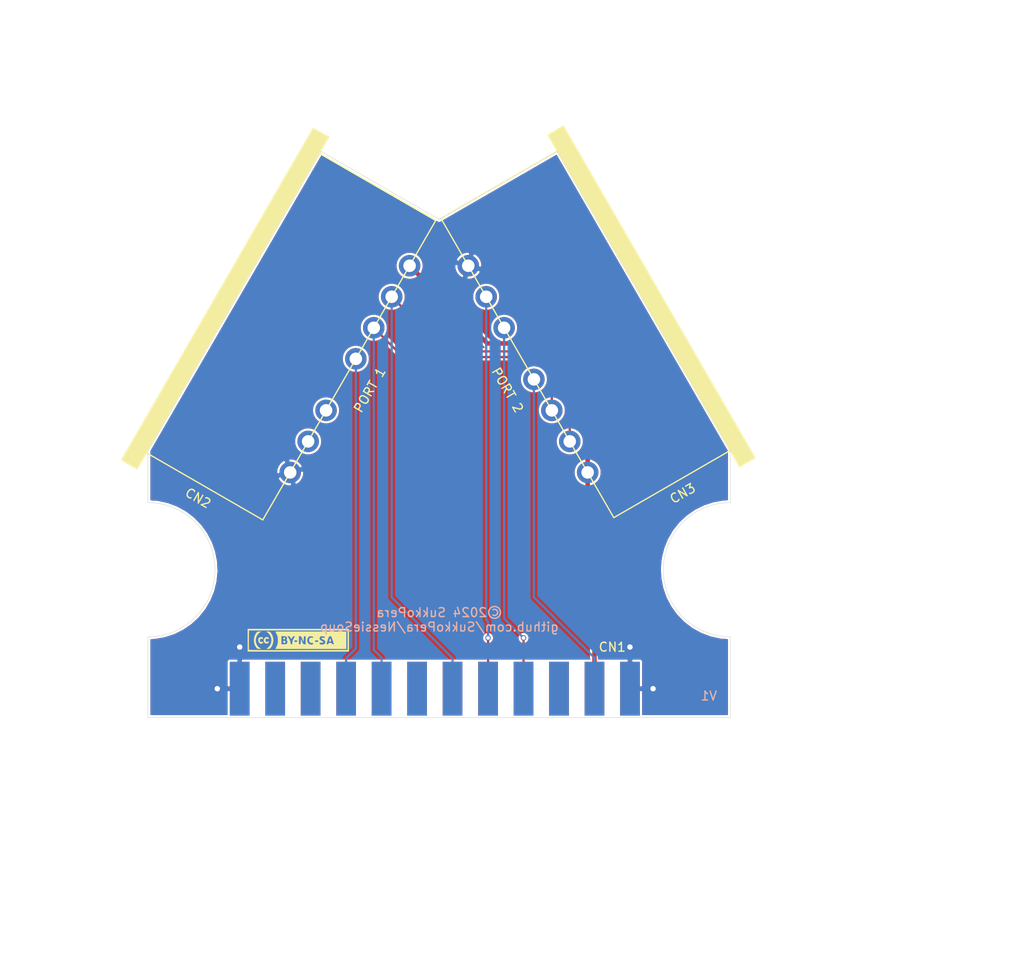
<source format=kicad_pcb>
(kicad_pcb (version 20171130) (host pcbnew 5.1.12)

  (general
    (thickness 1.6)
    (drawings 15)
    (tracks 43)
    (zones 0)
    (modules 6)
    (nets 24)
  )

  (page A4)
  (title_block
    (title SukkoPera)
    (date 2024-07-08)
    (rev 1git)
    (company NessieSoup)
    (comment 1 "Licensed under CC BY-NC-SA 4.0")
    (comment 2 https://github.com/SukkoPera/NessieSoup)
  )

  (layers
    (0 F.Cu signal)
    (31 B.Cu signal)
    (36 B.SilkS user)
    (37 F.SilkS user)
    (38 B.Mask user)
    (39 F.Mask user)
    (40 Dwgs.User user hide)
    (44 Edge.Cuts user)
    (45 Margin user)
    (46 B.CrtYd user hide)
    (47 F.CrtYd user)
    (49 F.Fab user hide)
  )

  (setup
    (last_trace_width 0.25)
    (trace_clearance 0.2)
    (zone_clearance 0.254)
    (zone_45_only no)
    (trace_min 0.2)
    (via_size 0.6)
    (via_drill 0.4)
    (via_min_size 0.4)
    (via_min_drill 0.3)
    (uvia_size 0.3)
    (uvia_drill 0.1)
    (uvias_allowed no)
    (uvia_min_size 0.2)
    (uvia_min_drill 0.1)
    (edge_width 0.05)
    (segment_width 0.2)
    (pcb_text_width 0.3)
    (pcb_text_size 1.5 1.5)
    (mod_edge_width 0.12)
    (mod_text_size 1 1)
    (mod_text_width 0.15)
    (pad_size 1.524 1.524)
    (pad_drill 0.762)
    (pad_to_mask_clearance 0)
    (aux_axis_origin 0 0)
    (visible_elements FFFFFF7F)
    (pcbplotparams
      (layerselection 0x010fc_ffffffff)
      (usegerberextensions false)
      (usegerberattributes true)
      (usegerberadvancedattributes true)
      (creategerberjobfile true)
      (excludeedgelayer true)
      (linewidth 0.100000)
      (plotframeref false)
      (viasonmask false)
      (mode 1)
      (useauxorigin false)
      (hpglpennumber 1)
      (hpglpenspeed 20)
      (hpglpendiameter 15.000000)
      (psnegative false)
      (psa4output false)
      (plotreference true)
      (plotvalue true)
      (plotinvisibletext false)
      (padsonsilk false)
      (subtractmaskfromsilk false)
      (outputformat 1)
      (mirror false)
      (drillshape 1)
      (scaleselection 1)
      (outputdirectory ""))
  )

  (net 0 "")
  (net 1 "Net-(CN1-PadH)")
  (net 2 "Net-(CN1-PadE)")
  (net 3 "Net-(CN1-PadD)")
  (net 4 "Net-(CN1-Pad9)")
  (net 5 "Net-(CN1-Pad8)")
  (net 6 /latch)
  (net 7 "Net-(CN1-Pad6)")
  (net 8 /clock)
  (net 9 "Net-(CN1-Pad3)")
  (net 10 +5V)
  (net 11 GND)
  (net 12 "Net-(CN1-Pad10)")
  (net 13 "Net-(CN1-Pad11)")
  (net 14 "Net-(CN1-PadC)")
  (net 15 "Net-(CN1-PadL)")
  (net 16 "Net-(CN1-PadM)")
  (net 17 "Net-(CN2-Pad2)")
  (net 18 "Net-(CN2-Pad3)")
  (net 19 "Net-(CN1-Pad7)")
  (net 20 /port2_d0)
  (net 21 /port2_d1)
  (net 22 /port2_pp)
  (net 23 /port1_d0)

  (net_class Default "This is the default net class."
    (clearance 0.2)
    (trace_width 0.25)
    (via_dia 0.6)
    (via_drill 0.4)
    (uvia_dia 0.3)
    (uvia_drill 0.1)
    (add_net /clock)
    (add_net /latch)
    (add_net /port1_d0)
    (add_net /port2_d0)
    (add_net /port2_d1)
    (add_net /port2_pp)
    (add_net GND)
    (add_net "Net-(CN1-Pad10)")
    (add_net "Net-(CN1-Pad11)")
    (add_net "Net-(CN1-Pad3)")
    (add_net "Net-(CN1-Pad6)")
    (add_net "Net-(CN1-Pad7)")
    (add_net "Net-(CN1-Pad8)")
    (add_net "Net-(CN1-Pad9)")
    (add_net "Net-(CN1-PadC)")
    (add_net "Net-(CN1-PadD)")
    (add_net "Net-(CN1-PadE)")
    (add_net "Net-(CN1-PadH)")
    (add_net "Net-(CN1-PadL)")
    (add_net "Net-(CN1-PadM)")
    (add_net "Net-(CN2-Pad2)")
    (add_net "Net-(CN2-Pad3)")
  )

  (net_class Power ""
    (clearance 0.2)
    (trace_width 0.5)
    (via_dia 0.8)
    (via_drill 0.6)
    (uvia_dia 0.3)
    (uvia_drill 0.1)
    (add_net +5V)
  )

  (module NessieSoup:cc_by_nc_sa_small (layer F.Cu) (tedit 0) (tstamp 668CCE87)
    (at 134.874 103.886)
    (path /668D5315)
    (fp_text reference V0 (at 0 0) (layer F.SilkS) hide
      (effects (font (size 1.524 1.524) (thickness 0.3)))
    )
    (fp_text value LICENSE (at 0.75 0) (layer F.SilkS) hide
      (effects (font (size 1.524 1.524) (thickness 0.3)))
    )
    (fp_poly (pts (xy 5.672667 1.27) (xy -5.630333 1.27) (xy -5.630333 0.550551) (xy -5.496475 0.550551)
      (xy -5.494757 0.786475) (xy -5.491138 0.957034) (xy -5.485755 1.045921) (xy -5.484341 1.052918)
      (xy -5.467302 1.062584) (xy -5.420188 1.07122) (xy -5.339221 1.07886) (xy -5.220625 1.085542)
      (xy -5.060623 1.0913) (xy -4.855439 1.09617) (xy -4.601297 1.100189) (xy -4.29442 1.103391)
      (xy -3.931031 1.105813) (xy -3.507355 1.10749) (xy -3.019613 1.108458) (xy -2.464031 1.108753)
      (xy -1.836831 1.10841) (xy -1.134236 1.107466) (xy -0.352471 1.105955) (xy 0.030482 1.10509)
      (xy 5.5245 1.0922) (xy 5.5245 -1.0922) (xy -5.482167 -1.0922) (xy -5.493657 -0.052172)
      (xy -5.496154 0.265566) (xy -5.496475 0.550551) (xy -5.630333 0.550551) (xy -5.630333 -1.27)
      (xy 5.672667 -1.27) (xy 5.672667 1.27)) (layer F.SilkS) (width 0.01))
    (fp_poly (pts (xy -4.1275 -0.96071) (xy -4.286993 -0.859684) (xy -4.465451 -0.696825) (xy -4.612377 -0.4695)
      (xy -4.706277 -0.214124) (xy -4.72317 -0.120676) (xy -4.718641 0.168745) (xy -4.637496 0.441956)
      (xy -4.487782 0.681684) (xy -4.277544 0.870655) (xy -4.2545 0.885474) (xy -4.1275 0.964574)
      (xy -4.34183 0.964887) (xy -4.484616 0.954944) (xy -4.579907 0.914184) (xy -4.663917 0.826989)
      (xy -4.66508 0.8255) (xy -4.828618 0.546405) (xy -4.91801 0.235271) (xy -4.932897 -0.090118)
      (xy -4.87292 -0.411976) (xy -4.737721 -0.712519) (xy -4.697372 -0.774701) (xy -4.610939 -0.888515)
      (xy -4.533352 -0.94446) (xy -4.42787 -0.962259) (xy -4.346668 -0.962955) (xy -4.1275 -0.96071)) (layer F.SilkS) (width 0.01))
    (fp_poly (pts (xy -3.22081 -0.954677) (xy -3.126361 -0.915509) (xy -3.043362 -0.830317) (xy -3.039587 -0.825501)
      (xy -2.873699 -0.545411) (xy -2.781012 -0.235944) (xy -2.762051 0.085158) (xy -2.817338 0.400149)
      (xy -2.947397 0.691284) (xy -2.992804 0.759873) (xy -3.0883 0.882413) (xy -3.169479 0.943353)
      (xy -3.271432 0.963602) (xy -3.337049 0.96501) (xy -3.534833 0.96482) (xy -3.404458 0.869417)
      (xy -3.200641 0.66917) (xy -3.057568 0.420493) (xy -2.981977 0.142299) (xy -2.980607 -0.146497)
      (xy -3.002138 -0.259899) (xy -3.084347 -0.470705) (xy -3.213084 -0.674389) (xy -3.363153 -0.835205)
      (xy -3.44938 -0.894407) (xy -3.520989 -0.933797) (xy -3.533302 -0.953777) (xy -3.477555 -0.961315)
      (xy -3.362837 -0.963212) (xy -3.22081 -0.954677)) (layer F.SilkS) (width 0.01))
    (fp_poly (pts (xy 5.376333 -0.9652) (xy 5.376333 0.9652) (xy -2.537449 0.9652) (xy -2.435487 0.784901)
      (xy -2.319398 0.531541) (xy -2.259643 0.266432) (xy -2.248678 -0.046565) (xy -2.250788 -0.100141)
      (xy -2.270497 -0.32711) (xy -2.301557 -0.4572) (xy -1.862667 -0.4572) (xy -1.862667 0.4572)
      (xy -1.605884 0.4572) (xy -1.453585 0.448752) (xy -1.32633 0.426915) (xy -1.267217 0.404612)
      (xy -1.205401 0.316731) (xy -1.185467 0.189249) (xy -1.208914 0.067925) (xy -1.25427 0.009554)
      (xy -1.295688 -0.041161) (xy -1.275436 -0.072169) (xy -1.23234 -0.15512) (xy -1.235089 -0.272067)
      (xy -1.278823 -0.375641) (xy -1.30955 -0.404613) (xy -1.397048 -0.43427) (xy -1.532663 -0.45334)
      (xy -1.62705 -0.4572) (xy -1.1827 -0.4572) (xy -1.014683 -0.169379) (xy -0.898584 0.061444)
      (xy -0.849066 0.244378) (xy -0.846667 0.287821) (xy -0.837799 0.404385) (xy -0.798584 0.450552)
      (xy -0.740833 0.4572) (xy -0.673355 0.446526) (xy -0.642874 0.395674) (xy -0.635094 0.2764)
      (xy -0.635 0.248106) (xy -0.619987 0.1016) (xy -0.423333 0.1016) (xy -0.409133 0.16807)
      (xy -0.351739 0.197447) (xy -0.254 0.2032) (xy -0.143216 0.194679) (xy -0.094254 0.160243)
      (xy -0.084667 0.1016) (xy -0.098867 0.035129) (xy -0.156261 0.005752) (xy -0.254 0)
      (xy -0.364784 0.00852) (xy -0.413746 0.042956) (xy -0.423333 0.1016) (xy -0.619987 0.1016)
      (xy -0.618506 0.087157) (xy -0.560294 -0.071247) (xy -0.483228 -0.209094) (xy -0.331456 -0.4572)
      (xy 0.084667 -0.4572) (xy 0.084667 0) (xy 0.085557 0.216444) (xy 0.091187 0.350836)
      (xy 0.105989 0.422725) (xy 0.134399 0.451658) (xy 0.180851 0.457181) (xy 0.188387 0.4572)
      (xy 0.247257 0.449102) (xy 0.280067 0.408653) (xy 0.296475 0.311619) (xy 0.304804 0.1651)
      (xy 0.3175 -0.127) (xy 0.4445 0.164979) (xy 0.518113 0.324579) (xy 0.575503 0.412563)
      (xy 0.635549 0.449773) (xy 0.709083 0.457079) (xy 0.846667 0.4572) (xy 0.846667 0.037368)
      (xy 1.012394 0.037368) (xy 1.051795 0.219961) (xy 1.14971 0.368694) (xy 1.28248 0.451755)
      (xy 1.40588 0.490713) (xy 1.488538 0.50068) (xy 1.570062 0.484695) (xy 1.598083 0.475981)
      (xy 1.672413 0.420334) (xy 1.693333 0.361032) (xy 1.684707 0.334254) (xy 2.377826 0.334254)
      (xy 2.379253 0.346184) (xy 2.431542 0.42904) (xy 2.540694 0.480709) (xy 2.681641 0.495619)
      (xy 2.829313 0.468199) (xy 2.864466 0.454021) (xy 2.926558 0.409648) (xy 3.175 0.409648)
      (xy 3.211244 0.4454) (xy 3.280833 0.4572) (xy 3.365952 0.430703) (xy 3.386667 0.381)
      (xy 3.412171 0.330228) (xy 3.498487 0.307518) (xy 3.572637 0.3048) (xy 3.713955 0.321767)
      (xy 3.780301 0.373879) (xy 3.782975 0.381) (xy 3.83954 0.4398) (xy 3.910583 0.4572)
      (xy 4.013823 0.4572) (xy 3.862117 0) (xy 3.790822 -0.210694) (xy 3.738945 -0.344161)
      (xy 3.695491 -0.417993) (xy 3.649462 -0.449782) (xy 3.589862 -0.457119) (xy 3.576329 -0.4572)
      (xy 3.509922 -0.451894) (xy 3.461036 -0.423526) (xy 3.417467 -0.353424) (xy 3.367012 -0.222914)
      (xy 3.308623 -0.047552) (xy 3.248125 0.143102) (xy 3.201904 0.298637) (xy 3.177221 0.394206)
      (xy 3.175 0.409648) (xy 2.926558 0.409648) (xy 2.995565 0.360334) (xy 3.051124 0.24443)
      (xy 3.034337 0.12146) (xy 2.948397 0.006573) (xy 2.796498 -0.085084) (xy 2.747023 -0.103101)
      (xy 2.630468 -0.156999) (xy 2.594339 -0.20976) (xy 2.634727 -0.251214) (xy 2.747728 -0.271189)
      (xy 2.811482 -0.270926) (xy 2.932998 -0.271668) (xy 2.988986 -0.292616) (xy 2.997931 -0.341356)
      (xy 2.997098 -0.347126) (xy 2.967443 -0.399477) (xy 2.887658 -0.430545) (xy 2.742987 -0.446953)
      (xy 2.602216 -0.451063) (xy 2.51845 -0.434291) (xy 2.464516 -0.386662) (xy 2.431613 -0.332653)
      (xy 2.386239 -0.230715) (xy 2.393158 -0.15153) (xy 2.425049 -0.085769) (xy 2.505778 0.003028)
      (xy 2.627825 0.079493) (xy 2.665444 0.095038) (xy 2.785405 0.15354) (xy 2.824216 0.207597)
      (xy 2.785347 0.249438) (xy 2.672271 0.271292) (xy 2.586308 0.272211) (xy 2.456076 0.273325)
      (xy 2.392435 0.291915) (xy 2.377826 0.334254) (xy 1.684707 0.334254) (xy 1.675804 0.306619)
      (xy 1.609638 0.289881) (xy 1.53082 0.295312) (xy 1.372113 0.27864) (xy 1.269707 0.189238)
      (xy 1.238827 0.071642) (xy 1.874748 0.071642) (xy 1.883833 0.1524) (xy 1.939339 0.184871)
      (xy 2.044624 0.202271) (xy 2.076832 0.2032) (xy 2.186615 0.194405) (xy 2.234687 0.158987)
      (xy 2.243667 0.1016) (xy 2.229225 0.034743) (xy 2.171066 0.005468) (xy 2.076832 0)
      (xy 1.940969 0.018744) (xy 1.874748 0.071642) (xy 1.238827 0.071642) (xy 1.228322 0.03164)
      (xy 1.227667 0.004244) (xy 1.26268 -0.160172) (xy 1.358681 -0.263969) (xy 1.502109 -0.294692)
      (xy 1.546884 -0.288907) (xy 1.64691 -0.2767) (xy 1.685164 -0.299122) (xy 1.685028 -0.345573)
      (xy 1.652651 -0.401988) (xy 1.566439 -0.434112) (xy 1.457237 -0.446834) (xy 1.318189 -0.448064)
      (xy 1.226276 -0.418284) (xy 1.14525 -0.344083) (xy 1.129551 -0.325607) (xy 1.036611 -0.153137)
      (xy 1.012394 0.037368) (xy 0.846667 0.037368) (xy 0.846667 0) (xy 0.845778 -0.216444)
      (xy 0.840152 -0.350836) (xy 0.825351 -0.422724) (xy 0.796937 -0.451657) (xy 0.750469 -0.457182)
      (xy 0.742853 -0.4572) (xy 0.685754 -0.449934) (xy 0.653139 -0.412562) (xy 0.636408 -0.321731)
      (xy 0.626961 -0.154084) (xy 0.626437 -0.141041) (xy 0.613833 0.175119) (xy 0.473767 -0.141041)
      (xy 0.394946 -0.309487) (xy 0.334785 -0.405194) (xy 0.276801 -0.447859) (xy 0.209184 -0.457201)
      (xy 0.084667 -0.4572) (xy -0.331456 -0.4572) (xy -0.451478 -0.457054) (xy -0.564376 -0.421058)
      (xy -0.656167 -0.3048) (xy -0.717586 -0.204552) (xy -0.759554 -0.154003) (xy -0.763456 -0.152547)
      (xy -0.797807 -0.19157) (xy -0.852403 -0.287434) (xy -0.861099 -0.3048) (xy -0.941786 -0.419736)
      (xy -1.04498 -0.456864) (xy -1.05941 -0.4572) (xy -1.1827 -0.4572) (xy -1.62705 -0.4572)
      (xy -1.862667 -0.4572) (xy -2.301557 -0.4572) (xy -2.312828 -0.504402) (xy -2.390566 -0.683255)
      (xy -2.401765 -0.705103) (xy -2.536503 -0.965201) (xy 1.419915 -0.965201) (xy 5.376333 -0.9652)) (layer F.SilkS) (width 0.01))
    (fp_poly (pts (xy -4.006411 -0.329627) (xy -3.934322 -0.275529) (xy -3.908859 -0.193389) (xy -3.944795 -0.142821)
      (xy -4.019657 -0.141493) (xy -4.070111 -0.16877) (xy -4.158946 -0.190817) (xy -4.229598 -0.134359)
      (xy -4.264491 -0.022485) (xy -4.257908 0.077993) (xy -4.232087 0.164914) (xy -4.185837 0.196776)
      (xy -4.090996 0.18871) (xy -4.061919 0.183293) (xy -3.94237 0.179881) (xy -3.891206 0.217631)
      (xy -3.914024 0.281091) (xy -4.002492 0.347445) (xy -4.097488 0.392726) (xy -4.165509 0.395615)
      (xy -4.233333 0.37036) (xy -4.354001 0.272288) (xy -4.428722 0.123568) (xy -4.45102 -0.044833)
      (xy -4.414419 -0.201951) (xy -4.367583 -0.271527) (xy -4.263895 -0.333719) (xy -4.131165 -0.3532)
      (xy -4.006411 -0.329627)) (layer F.SilkS) (width 0.01))
    (fp_poly (pts (xy -3.393219 -0.335438) (xy -3.30608 -0.285465) (xy -3.267346 -0.221456) (xy -3.293486 -0.159187)
      (xy -3.300934 -0.153191) (xy -3.382506 -0.142207) (xy -3.430188 -0.16508) (xy -3.532579 -0.199745)
      (xy -3.607888 -0.146069) (xy -3.640379 -0.016394) (xy -3.640667 0) (xy -3.613238 0.136483)
      (xy -3.541443 0.198182) (xy -3.441017 0.172753) (xy -3.430188 0.165079) (xy -3.337533 0.139057)
      (xy -3.298212 0.155225) (xy -3.260738 0.201081) (xy -3.291246 0.259545) (xy -3.302 0.27211)
      (xy -3.440381 0.36527) (xy -3.601837 0.364967) (xy -3.645133 0.349294) (xy -3.766036 0.254231)
      (xy -3.826529 0.11818) (xy -3.831168 -0.03469) (xy -3.784507 -0.180212) (xy -3.691101 -0.294217)
      (xy -3.555504 -0.352537) (xy -3.512289 -0.3556) (xy -3.393219 -0.335438)) (layer F.SilkS) (width 0.01))
    (fp_poly (pts (xy -1.443748 0.09725) (xy -1.403162 0.169237) (xy -1.426684 0.246558) (xy -1.499359 0.2982)
      (xy -1.543838 0.3048) (xy -1.625072 0.284413) (xy -1.650448 0.203681) (xy -1.651 0.1778)
      (xy -1.62202 0.076915) (xy -1.545513 0.049751) (xy -1.443748 0.09725)) (layer F.SilkS) (width 0.01))
    (fp_poly (pts (xy -1.462176 -0.280988) (xy -1.439333 -0.2032) (xy -1.464138 -0.12353) (xy -1.545167 -0.1016)
      (xy -1.628157 -0.125413) (xy -1.651 -0.2032) (xy -1.626196 -0.282871) (xy -1.545167 -0.3048)
      (xy -1.462176 -0.280988)) (layer F.SilkS) (width 0.01))
    (fp_poly (pts (xy 3.624095 -0.095625) (xy 3.674601 0.045707) (xy 3.662927 0.125206) (xy 3.587304 0.152223)
      (xy 3.577167 0.1524) (xy 3.497508 0.14628) (xy 3.471333 0.13458) (xy 3.483847 0.079581)
      (xy 3.514499 -0.031726) (xy 3.519761 -0.049945) (xy 3.568189 -0.21665) (xy 3.624095 -0.095625)) (layer F.SilkS) (width 0.01))
  )

  (module NessieSoup:Logo2 (layer F.Cu) (tedit 0) (tstamp 668CC638)
    (at 157.226 98.425)
    (path /668D6AB2)
    (fp_text reference V2 (at 0 0) (layer F.SilkS) hide
      (effects (font (size 1.524 1.524) (thickness 0.3)))
    )
    (fp_text value LOGO2 (at 0.75 0) (layer F.SilkS) hide
      (effects (font (size 1.524 1.524) (thickness 0.3)))
    )
    (fp_poly (pts (xy 7.49338 -3.341359) (xy 7.784476 -3.079725) (xy 7.951927 -2.901009) (xy 8.466666 -2.330684)
      (xy 8.466666 -1.73514) (xy 8.410156 -1.089357) (xy 8.243604 -0.338806) (xy 7.971481 0.49654)
      (xy 7.96093 0.524847) (xy 7.837889 0.808567) (xy 7.705113 0.982655) (xy 7.516293 1.102816)
      (xy 7.458302 1.129463) (xy 7.141501 1.344073) (xy 6.810993 1.708713) (xy 6.767077 1.767468)
      (xy 6.438283 2.170041) (xy 6.140179 2.442684) (xy 5.884376 2.577078) (xy 5.682487 2.564902)
      (xy 5.666598 2.555859) (xy 5.495325 2.464531) (xy 5.371432 2.452264) (xy 5.282135 2.538385)
      (xy 5.214651 2.742219) (xy 5.156196 3.083093) (xy 5.117065 3.386667) (xy 5.047662 3.782369)
      (xy 4.955695 4.039562) (xy 4.847216 4.149102) (xy 4.728275 4.101848) (xy 4.682853 4.042834)
      (xy 4.588421 3.881392) (xy 4.527728 3.767667) (xy 4.382858 3.631304) (xy 4.205626 3.571101)
      (xy 3.969112 3.475603) (xy 3.84784 3.256835) (xy 3.841625 2.914306) (xy 3.880445 2.701489)
      (xy 3.939514 2.390416) (xy 3.974868 2.097731) (xy 3.979333 1.99633) (xy 4.037073 1.724393)
      (xy 4.143453 1.571052) (xy 4.259122 1.400577) (xy 4.362034 1.14109) (xy 4.395157 1.014133)
      (xy 4.445825 0.829779) (xy 6.081551 0.829779) (xy 6.116887 1.033345) (xy 6.183765 1.100667)
      (xy 6.273893 1.040655) (xy 6.424423 0.888247) (xy 6.510806 0.787909) (xy 6.709383 0.502791)
      (xy 6.863064 0.169753) (xy 6.983027 -0.245708) (xy 7.080449 -0.778097) (xy 7.125578 -1.109934)
      (xy 7.173244 -1.546614) (xy 7.184003 -1.850847) (xy 7.15203 -2.056643) (xy 7.071499 -2.198012)
      (xy 6.936585 -2.308962) (xy 6.918172 -2.320772) (xy 6.775999 -2.361632) (xy 6.660478 -2.275169)
      (xy 6.562674 -2.047715) (xy 6.47365 -1.665602) (xy 6.467212 -1.631058) (xy 6.397887 -1.268776)
      (xy 6.309186 -0.825132) (xy 6.217977 -0.384173) (xy 6.199349 -0.296333) (xy 6.123121 0.134494)
      (xy 6.083742 0.520014) (xy 6.081551 0.829779) (xy 4.445825 0.829779) (xy 4.469281 0.744439)
      (xy 4.58972 0.384905) (xy 4.734249 0.000538) (xy 4.781614 -0.116257) (xy 4.799858 -0.165232)
      (xy 5.105055 -0.165232) (xy 5.155658 -0.080384) (xy 5.235818 -0.126657) (xy 5.282608 -0.218591)
      (xy 5.322659 -0.40613) (xy 5.334 -0.574191) (xy 5.310264 -0.713995) (xy 5.252527 -0.713242)
      (xy 5.180989 -0.591801) (xy 5.115853 -0.369539) (xy 5.113337 -0.357187) (xy 5.105055 -0.165232)
      (xy 4.799858 -0.165232) (xy 5.040259 -0.810549) (xy 5.213119 -1.430178) (xy 5.295303 -1.953784)
      (xy 5.28755 -2.326271) (xy 5.263743 -2.529968) (xy 5.283672 -2.674071) (xy 5.373352 -2.798368)
      (xy 5.558798 -2.942644) (xy 5.792436 -3.098432) (xy 5.999761 -3.224309) (xy 6.115779 -3.257203)
      (xy 6.184145 -3.206401) (xy 6.197321 -3.184566) (xy 6.328157 -3.102512) (xy 6.535201 -3.103634)
      (xy 6.754311 -3.176373) (xy 6.921343 -3.309169) (xy 6.9263 -3.31594) (xy 7.078961 -3.453532)
      (xy 7.263098 -3.463984) (xy 7.49338 -3.341359)) (layer F.Mask) (width 0.01))
    (fp_poly (pts (xy -5.136402 -4.12109) (xy -4.878738 -4.021518) (xy -4.64401 -3.824689) (xy -4.395238 -3.50534)
      (xy -4.296834 -3.358146) (xy -4.115185 -3.06973) (xy -3.976221 -2.830949) (xy -3.901628 -2.67983)
      (xy -3.894667 -2.652881) (xy -3.971999 -2.603814) (xy -4.174765 -2.561596) (xy -4.459122 -2.528736)
      (xy -4.781227 -2.507748) (xy -5.097237 -2.501143) (xy -5.363307 -2.511433) (xy -5.535595 -2.54113)
      (xy -5.566285 -2.557111) (xy -5.726678 -2.592737) (xy -5.929111 -2.503616) (xy -6.144635 -2.318739)
      (xy -6.344306 -2.067095) (xy -6.499176 -1.777675) (xy -6.568486 -1.553406) (xy -6.57952 -1.236809)
      (xy -6.468018 -1.033717) (xy -6.240345 -0.947827) (xy -5.902869 -0.982833) (xy -5.695547 -1.046609)
      (xy -5.191663 -1.210375) (xy -4.807239 -1.290632) (xy -4.516399 -1.290772) (xy -4.317243 -1.227275)
      (xy -4.096941 -1.061004) (xy -3.883841 -0.81733) (xy -3.719034 -0.552855) (xy -3.64361 -0.324182)
      (xy -3.642527 -0.297846) (xy -3.675353 -0.106744) (xy -3.775839 0.150872) (xy -3.952319 0.490588)
      (xy -4.213126 0.927987) (xy -4.566594 1.478656) (xy -4.701722 1.682974) (xy -5.063475 2.214504)
      (xy -5.362268 2.619667) (xy -5.618938 2.919243) (xy -5.854322 3.134014) (xy -6.089255 3.284758)
      (xy -6.344575 3.392255) (xy -6.448841 3.425366) (xy -6.858871 3.5261) (xy -7.168391 3.543689)
      (xy -7.425781 3.475653) (xy -7.615797 3.3655) (xy -7.791342 3.199213) (xy -7.979726 2.952707)
      (xy -8.154774 2.670981) (xy -8.290307 2.399033) (xy -8.36015 2.181863) (xy -8.359341 2.153364)
      (xy -5.714397 2.153364) (xy -5.698912 2.201334) (xy -5.584037 2.144282) (xy -5.461 2.032)
      (xy -5.376938 1.910636) (xy -5.392423 1.862667) (xy -5.507297 1.919719) (xy -5.630334 2.032)
      (xy -5.714397 2.153364) (xy -8.359341 2.153364) (xy -8.357551 2.090408) (xy -8.245483 2.004884)
      (xy -8.017474 1.941952) (xy -7.725893 1.905619) (xy -7.423109 1.899889) (xy -7.16149 1.928767)
      (xy -7.005452 1.986997) (xy -6.695606 2.108624) (xy -6.357775 2.071271) (xy -6.014227 1.877661)
      (xy -5.996872 1.863576) (xy -5.716576 1.588372) (xy -5.465987 1.26393) (xy -5.275007 0.936791)
      (xy -5.173538 0.653496) (xy -5.164667 0.568281) (xy -5.164145 0.45848) (xy -5.180368 0.388871)
      (xy -5.240017 0.359987) (xy -5.369776 0.372363) (xy -5.596327 0.426533) (xy -5.946352 0.523032)
      (xy -6.180667 0.588622) (xy -6.815667 0.765882) (xy -7.296547 0.586511) (xy -7.580357 0.46741)
      (xy -7.751739 0.347968) (xy -7.862161 0.185281) (xy -7.91038 0.074857) (xy -7.995815 -0.184141)
      (xy -8.041132 -0.410176) (xy -8.043334 -0.450692) (xy -7.999804 -0.648133) (xy -7.877994 -0.961405)
      (xy -7.691074 -1.363824) (xy -7.479748 -1.775117) (xy -7.196667 -1.775117) (xy -7.162528 -1.711478)
      (xy -7.072608 -1.780221) (xy -6.945647 -1.961672) (xy -6.845602 -2.143578) (xy -6.671102 -2.434248)
      (xy -6.451753 -2.732563) (xy -6.381145 -2.81541) (xy -6.203116 -3.049649) (xy -6.111725 -3.240231)
      (xy -6.103301 -3.36301) (xy -6.17417 -3.393839) (xy -6.320661 -3.308573) (xy -6.439057 -3.196166)
      (xy -6.5576 -3.037489) (xy -6.711487 -2.787828) (xy -6.876472 -2.492664) (xy -7.028309 -2.197473)
      (xy -7.142753 -1.947734) (xy -7.195558 -1.788924) (xy -7.196667 -1.775117) (xy -7.479748 -1.775117)
      (xy -7.452214 -1.828704) (xy -7.174583 -2.32936) (xy -6.871351 -2.839108) (xy -6.837951 -2.893057)
      (xy -6.494364 -3.407297) (xy -6.189333 -3.77523) (xy -5.907273 -4.010995) (xy -5.632601 -4.128729)
      (xy -5.453981 -4.148666) (xy -5.136402 -4.12109)) (layer F.Mask) (width 0.01))
    (fp_poly (pts (xy -1.160878 -3.531443) (xy -0.90348 -3.372968) (xy -0.62278 -3.174399) (xy -0.367351 -2.97111)
      (xy -0.185764 -2.798478) (xy -0.137406 -2.733942) (xy -0.066187 -2.525516) (xy -0.00251 -2.194078)
      (xy 0.049409 -1.785916) (xy 0.085354 -1.347317) (xy 0.10111 -0.92457) (xy 0.09246 -0.563963)
      (xy 0.074871 -0.403202) (xy 0.012486 -0.094129) (xy -0.078337 0.1189) (xy -0.23737 0.308795)
      (xy -0.389919 0.448872) (xy -0.725848 0.823173) (xy -1.043786 1.329795) (xy -1.101914 1.441814)
      (xy -1.37444 1.922591) (xy -1.63375 2.243846) (xy -1.891922 2.413488) (xy -2.161031 2.439428)
      (xy -2.453155 2.329576) (xy -2.455334 2.328334) (xy -2.706172 2.229105) (xy -2.935016 2.210988)
      (xy -3.083861 2.277462) (xy -3.092875 2.290111) (xy -3.185829 2.330933) (xy -3.302953 2.237015)
      (xy -3.419074 2.035601) (xy -3.47824 1.873003) (xy -3.514362 1.669992) (xy -3.528509 1.362382)
      (xy -3.520727 0.93044) (xy -3.491062 0.354437) (xy -3.482094 0.21391) (xy -3.444121 -0.321188)
      (xy -3.410813 -0.673925) (xy -2.129126 -0.673925) (xy -2.127571 -0.034418) (xy -2.101951 0.445083)
      (xy -2.0496 0.772546) (xy -1.967847 0.955943) (xy -1.854027 1.003242) (xy -1.705471 0.922413)
      (xy -1.621882 0.841346) (xy -1.405133 0.500942) (xy -1.272054 0.03105) (xy -1.22124 -0.575524)
      (xy -1.236843 -1.133385) (xy -1.267472 -1.546565) (xy -1.300799 -1.824053) (xy -1.344454 -1.999416)
      (xy -1.406069 -2.106223) (xy -1.470909 -2.16312) (xy -1.674924 -2.274119) (xy -1.833982 -2.279858)
      (xy -1.953134 -2.16891) (xy -2.03743 -1.929852) (xy -2.091919 -1.551256) (xy -2.121652 -1.021698)
      (xy -2.129126 -0.673925) (xy -3.410813 -0.673925) (xy -3.405738 -0.727669) (xy -3.359783 -1.046116)
      (xy -3.299094 -1.317111) (xy -3.216509 -1.581236) (xy -3.119218 -1.842312) (xy -2.981611 -2.18233)
      (xy -2.879082 -2.390558) (xy -2.79228 -2.495556) (xy -2.701851 -2.52588) (xy -2.657843 -2.523181)
      (xy -2.488301 -2.564606) (xy -2.271962 -2.694336) (xy -2.061154 -2.869958) (xy -1.908207 -3.049057)
      (xy -1.862667 -3.167673) (xy -1.812717 -3.314136) (xy -1.707619 -3.474717) (xy -1.536153 -3.613773)
      (xy -1.346403 -3.61445) (xy -1.160878 -3.531443)) (layer F.Mask) (width 0.01))
    (fp_poly (pts (xy 3.197913 -3.492678) (xy 3.321053 -3.415796) (xy 3.663119 -3.102756) (xy 3.855341 -2.748551)
      (xy 3.894666 -2.490698) (xy 3.939416 -2.267439) (xy 4.049271 -2.015181) (xy 4.070684 -1.978851)
      (xy 4.183753 -1.752467) (xy 4.196044 -1.556811) (xy 4.162245 -1.418524) (xy 4.11579 -1.203881)
      (xy 4.068283 -0.881588) (xy 4.028452 -0.513047) (xy 4.021029 -0.42486) (xy 3.985352 -0.075317)
      (xy 3.940425 0.222251) (xy 3.894376 0.417032) (xy 3.881376 0.448167) (xy 3.793261 0.5629)
      (xy 3.609237 0.769894) (xy 3.353917 1.042464) (xy 3.051917 1.353926) (xy 2.962289 1.444527)
      (xy 2.587841 1.813555) (xy 2.302029 2.067723) (xy 2.079504 2.217396) (xy 1.894915 2.272937)
      (xy 1.722915 2.244712) (xy 1.538153 2.143085) (xy 1.434615 2.069138) (xy 1.151853 1.91206)
      (xy 0.922513 1.895219) (xy 0.691814 1.88742) (xy 0.55649 1.748457) (xy 0.508338 1.469239)
      (xy 0.508 1.435856) (xy 0.482295 1.161674) (xy 0.417695 0.838108) (xy 0.386063 0.722416)
      (xy 0.318301 0.466797) (xy 0.311157 0.302934) (xy 0.366459 0.16378) (xy 0.402876 0.105495)
      (xy 0.511118 -0.147145) (xy 0.602645 -0.530108) (xy 0.670817 -1.004683) (xy 0.708995 -1.532157)
      (xy 0.71382 -1.707423) (xy 0.73773 -2.078517) (xy 0.815801 -2.337793) (xy 0.978999 -2.531386)
      (xy 1.258293 -2.705427) (xy 1.444979 -2.796644) (xy 1.700594 -2.90695) (xy 1.848947 -2.940167)
      (xy 1.929945 -2.902967) (xy 1.946242 -2.880432) (xy 1.974597 -2.742622) (xy 1.987199 -2.470781)
      (xy 1.985325 -2.099355) (xy 1.970254 -1.662788) (xy 1.943263 -1.195524) (xy 1.90563 -0.732007)
      (xy 1.858632 -0.306682) (xy 1.847768 -0.225982) (xy 1.804452 0.113878) (xy 1.793259 0.334274)
      (xy 1.81826 0.482739) (xy 1.883524 0.606801) (xy 1.923887 0.663018) (xy 2.102346 0.844553)
      (xy 2.256932 0.863425) (xy 2.40346 0.717266) (xy 2.479505 0.579805) (xy 2.647462 0.07692)
      (xy 2.686513 -0.447281) (xy 2.592689 -0.934058) (xy 2.583492 -0.958847) (xy 2.499349 -1.19611)
      (xy 2.481045 -1.344472) (xy 2.530995 -1.472038) (xy 2.605608 -1.582255) (xy 2.742669 -1.82483)
      (xy 2.862242 -2.115647) (xy 2.878391 -2.16642) (xy 2.936286 -2.421696) (xy 2.917913 -2.611643)
      (xy 2.854463 -2.759086) (xy 2.713861 -3.111518) (xy 2.688879 -3.376537) (xy 2.768542 -3.5387)
      (xy 2.941878 -3.582562) (xy 3.197913 -3.492678)) (layer F.Mask) (width 0.01))
  )

  (module NessieSoup:Logo1 (layer F.Cu) (tedit 0) (tstamp 668CC5AC)
    (at 147.066 90.805)
    (path /668D668E)
    (fp_text reference V1 (at 0 0) (layer F.SilkS) hide
      (effects (font (size 1.524 1.524) (thickness 0.3)))
    )
    (fp_text value LOGO1 (at 0.75 0) (layer F.SilkS) hide
      (effects (font (size 1.524 1.524) (thickness 0.3)))
    )
    (fp_poly (pts (xy -7.981963 -4.125361) (xy -7.833081 -4.038371) (xy -7.650425 -3.862089) (xy -7.421289 -3.595309)
      (xy -7.17078 -3.266532) (xy -7.006165 -2.970496) (xy -6.910506 -2.654788) (xy -6.866861 -2.266996)
      (xy -6.858 -1.852563) (xy -6.82641 -1.515178) (xy -6.74765 -1.176358) (xy -6.71784 -1.092465)
      (xy -6.637574 -0.864984) (xy -6.622339 -0.689905) (xy -6.672185 -0.482779) (xy -6.718259 -0.349918)
      (xy -6.803466 -0.061503) (xy -6.853158 0.204788) (xy -6.858419 0.286572) (xy -6.873336 0.503492)
      (xy -6.913886 0.836765) (xy -6.973035 1.23659) (xy -7.043748 1.653168) (xy -7.075048 1.820334)
      (xy -7.161749 1.938277) (xy -7.360701 2.101229) (xy -7.630478 2.28308) (xy -7.929657 2.45772)
      (xy -8.216812 2.599041) (xy -8.434362 2.677083) (xy -8.562888 2.696195) (xy -8.642858 2.648679)
      (xy -8.702151 2.499307) (xy -8.756125 2.270477) (xy -8.850277 2.08249) (xy -8.974667 1.989667)
      (xy -9.119416 1.872977) (xy -9.19848 1.708857) (xy -9.27413 1.476194) (xy -9.385535 1.211461)
      (xy -9.398092 1.185334) (xy -9.674409 0.623479) (xy -9.888872 0.199778) (xy -10.05163 -0.100877)
      (xy -10.172832 -0.293594) (xy -10.262628 -0.393483) (xy -10.331167 -0.415651) (xy -10.388598 -0.375207)
      (xy -10.418208 -0.333222) (xy -10.507652 -0.112548) (xy -10.583666 0.245904) (xy -10.64723 0.749936)
      (xy -10.699326 1.407353) (xy -10.740936 2.225957) (xy -10.741295 2.2348) (xy -10.766163 2.800662)
      (xy -10.790472 3.221967) (xy -10.817349 3.523454) (xy -10.849917 3.729857) (xy -10.891302 3.865916)
      (xy -10.944626 3.956365) (xy -10.961205 3.975876) (xy -11.103336 4.103947) (xy -11.231644 4.125224)
      (xy -11.382105 4.029133) (xy -11.590698 3.805099) (xy -11.606955 3.786057) (xy -11.817332 3.530657)
      (xy -11.960989 3.318268) (xy -12.049006 3.107633) (xy -12.092462 2.857499) (xy -12.102434 2.526608)
      (xy -12.090002 2.073707) (xy -12.0871 1.998094) (xy -12.024087 1.223697) (xy -11.900084 0.409457)
      (xy -11.726895 -0.386861) (xy -11.516324 -1.107494) (xy -11.376051 -1.481666) (xy -11.226197 -1.854673)
      (xy -11.07157 -2.260254) (xy -10.991325 -2.481577) (xy -10.852217 -2.810068) (xy -10.687936 -3.033305)
      (xy -10.487985 -3.192118) (xy -10.282478 -3.320782) (xy -10.159082 -3.360641) (xy -10.060928 -3.319631)
      (xy -9.992442 -3.261273) (xy -9.88702 -3.123584) (xy -9.735182 -2.872204) (xy -9.560385 -2.547682)
      (xy -9.443255 -2.311917) (xy -9.144878 -1.722948) (xy -8.880284 -1.267269) (xy -8.65474 -0.952662)
      (xy -8.473518 -0.786906) (xy -8.393513 -0.762) (xy -8.272018 -0.838252) (xy -8.139847 -1.038244)
      (xy -8.015012 -1.318831) (xy -7.915528 -1.636869) (xy -7.859406 -1.949212) (xy -7.853215 -2.056127)
      (xy -7.884913 -2.356116) (xy -7.972465 -2.609192) (xy -7.989114 -2.636977) (xy -8.094078 -2.854467)
      (xy -8.205402 -3.171027) (xy -8.303182 -3.518446) (xy -8.367515 -3.82851) (xy -8.382 -3.983464)
      (xy -8.339796 -4.105234) (xy -8.185604 -4.147384) (xy -8.129862 -4.148666) (xy -7.981963 -4.125361)) (layer F.Mask) (width 0.01))
    (fp_poly (pts (xy -3.913342 -3.698857) (xy -3.804468 -3.682065) (xy -3.619951 -3.641003) (xy -3.461883 -3.572076)
      (xy -3.302701 -3.451792) (xy -3.114845 -3.256657) (xy -2.870754 -2.963181) (xy -2.682163 -2.725443)
      (xy -2.273992 -2.206614) (xy -2.58452 -1.615677) (xy -2.760581 -1.313092) (xy -2.939485 -1.058346)
      (xy -3.08622 -0.900565) (xy -3.102636 -0.888724) (xy -3.3365 -0.716695) (xy -3.621593 -0.479349)
      (xy -3.928505 -0.204725) (xy -4.227825 0.079142) (xy -4.490143 0.344213) (xy -4.686047 0.562452)
      (xy -4.786128 0.705823) (xy -4.791671 0.721415) (xy -4.798893 0.899599) (xy -4.764122 1.127929)
      (xy -4.702818 1.345984) (xy -4.630446 1.493345) (xy -4.586601 1.522704) (xy -4.471398 1.483093)
      (xy -4.327589 1.356607) (xy -4.138366 1.12449) (xy -3.886922 0.767987) (xy -3.816351 0.66318)
      (xy -3.57889 0.320753) (xy -3.387994 0.086323) (xy -3.204692 -0.078258) (xy -2.990018 -0.211138)
      (xy -2.851933 -0.280913) (xy -2.560807 -0.41057) (xy -2.3764 -0.459407) (xy -2.261587 -0.435946)
      (xy -2.241031 -0.421145) (xy -2.192218 -0.348171) (xy -2.200332 -0.230046) (xy -2.274255 -0.032939)
      (xy -2.42287 0.27698) (xy -2.425934 0.283101) (xy -2.640377 0.664649) (xy -2.910107 1.080928)
      (xy -3.174811 1.439334) (xy -3.43005 1.768999) (xy -3.683053 2.119308) (xy -3.881923 2.418221)
      (xy -3.893164 2.436486) (xy -4.13278 2.782584) (xy -4.357838 2.983169) (xy -4.604799 3.054189)
      (xy -4.910129 3.011595) (xy -5.083421 2.957125) (xy -5.500364 2.851023) (xy -5.844899 2.841598)
      (xy -5.850686 2.842461) (xy -6.060313 2.859077) (xy -6.176679 2.796605) (xy -6.27113 2.61567)
      (xy -6.274019 2.608834) (xy -6.337645 2.360932) (xy -6.371093 1.981379) (xy -6.375775 1.453211)
      (xy -6.374818 1.397) (xy -6.346034 0.579805) (xy -6.289922 -0.103342) (xy -6.201322 -0.68627)
      (xy -6.075073 -1.202806) (xy -6.049949 -1.274731) (xy -4.826 -1.274731) (xy -4.788298 -1.02725)
      (xy -4.680616 -0.930392) (xy -4.511092 -0.984543) (xy -4.287862 -1.190089) (xy -4.239498 -1.246957)
      (xy -4.087355 -1.442007) (xy -3.993672 -1.58229) (xy -3.979333 -1.617685) (xy -4.0491 -1.683675)
      (xy -4.219658 -1.772075) (xy -4.245542 -1.783057) (xy -4.437041 -1.84671) (xy -4.557251 -1.817157)
      (xy -4.668875 -1.699282) (xy -4.787024 -1.47441) (xy -4.826 -1.274731) (xy -6.049949 -1.274731)
      (xy -5.906014 -1.686779) (xy -5.903348 -1.693412) (xy -5.762449 -2.033883) (xy -5.658751 -2.245961)
      (xy -5.569857 -2.35975) (xy -5.473368 -2.405357) (xy -5.367982 -2.413) (xy -5.204911 -2.437689)
      (xy -5.083196 -2.53821) (xy -4.958137 -2.754237) (xy -4.93876 -2.794) (xy -4.758298 -3.095615)
      (xy -4.530763 -3.385679) (xy -4.459981 -3.458969) (xy -4.265056 -3.630357) (xy -4.108028 -3.701748)
      (xy -3.913342 -3.698857)) (layer F.Mask) (width 0.01))
    (fp_poly (pts (xy 7.313576 -2.337833) (xy 7.379176 -2.183574) (xy 7.379429 -2.180166) (xy 7.383079 -1.986086)
      (xy 7.377415 -1.703774) (xy 7.370663 -1.538788) (xy 7.37141 -1.242977) (xy 7.421114 -1.047802)
      (xy 7.536614 -0.88764) (xy 7.538211 -0.885936) (xy 7.659765 -0.734496) (xy 7.678671 -0.600553)
      (xy 7.610478 -0.405481) (xy 7.545458 -0.138647) (xy 7.506339 0.292888) (xy 7.493004 0.890451)
      (xy 7.493 0.9033) (xy 7.490362 1.344829) (xy 7.479156 1.650936) (xy 7.45444 1.855496)
      (xy 7.411275 1.992381) (xy 7.344721 2.095466) (xy 7.313956 2.130967) (xy 7.166698 2.320877)
      (xy 6.99192 2.583772) (xy 6.903744 2.7305) (xy 6.764166 2.952762) (xy 6.649778 3.098818)
      (xy 6.6021 3.132667) (xy 6.506606 3.07237) (xy 6.368927 2.925601) (xy 6.356145 2.909582)
      (xy 6.233507 2.709505) (xy 6.180709 2.535786) (xy 6.180667 2.532308) (xy 6.139319 2.378119)
      (xy 6.032559 2.141051) (xy 5.926667 1.947334) (xy 5.755536 1.624394) (xy 5.687058 1.379781)
      (xy 5.716888 1.160576) (xy 5.84068 0.91386) (xy 5.841683 0.912213) (xy 5.948328 0.655861)
      (xy 6.002709 0.358042) (xy 6.001317 0.078048) (xy 5.940644 -0.124827) (xy 5.9055 -0.166025)
      (xy 5.762021 -0.280845) (xy 5.594244 -0.410826) (xy 5.388822 -0.567592) (xy 5.932911 -1.156381)
      (xy 6.209752 -1.458474) (xy 6.476904 -1.754259) (xy 6.689619 -1.994059) (xy 6.744942 -2.057918)
      (xy 6.970412 -2.269987) (xy 7.168639 -2.364965) (xy 7.313576 -2.337833)) (layer F.Mask) (width 0.01))
    (fp_poly (pts (xy 10.601359 -3.682775) (xy 10.886497 -3.54247) (xy 11.187278 -3.28547) (xy 11.51545 -2.91328)
      (xy 11.735165 -2.63355) (xy 11.906918 -2.398266) (xy 12.006898 -2.240926) (xy 12.022667 -2.199755)
      (xy 11.986775 -2.082967) (xy 11.893225 -1.865904) (xy 11.778068 -1.627419) (xy 11.643354 -1.393032)
      (xy 11.472205 -1.167735) (xy 11.237297 -0.922057) (xy 10.911305 -0.626529) (xy 10.622395 -0.381)
      (xy 10.179939 0.000535) (xy 9.863285 0.306371) (xy 9.659181 0.557446) (xy 9.554377 0.774695)
      (xy 9.53562 0.979054) (xy 9.589661 1.191459) (xy 9.60421 1.227667) (xy 9.70174 1.418883)
      (xy 9.78745 1.519479) (xy 9.802254 1.524) (xy 9.92972 1.452398) (xy 10.126915 1.235916)
      (xy 10.395924 0.872042) (xy 10.626003 0.531437) (xy 10.982961 0.070043) (xy 11.352893 -0.238414)
      (xy 11.756998 -0.41013) (xy 11.895667 -0.438633) (xy 12.037177 -0.405712) (xy 12.082148 -0.258512)
      (xy 12.037962 -0.016445) (xy 11.912002 0.301072) (xy 11.71165 0.674625) (xy 11.444288 1.084801)
      (xy 11.185997 1.427658) (xy 10.952937 1.728719) (xy 10.737952 2.023507) (xy 10.583507 2.253571)
      (xy 10.570897 2.274325) (xy 10.307018 2.665697) (xy 10.06236 2.911334) (xy 9.815028 3.029766)
      (xy 9.657326 3.047479) (xy 9.368554 3.008192) (xy 9.104712 2.916098) (xy 8.756283 2.823978)
      (xy 8.532081 2.839586) (xy 8.318195 2.863405) (xy 8.200167 2.813323) (xy 8.109409 2.651319)
      (xy 8.083882 2.591122) (xy 8.014945 2.385975) (xy 7.971009 2.14367) (xy 7.951389 1.837546)
      (xy 7.9554 1.440941) (xy 7.982355 0.927194) (xy 8.025986 0.338667) (xy 8.069855 -0.172883)
      (xy 8.113246 -0.560074) (xy 8.165811 -0.867576) (xy 8.237198 -1.140062) (xy 8.277459 -1.253818)
      (xy 9.567333 -1.253818) (xy 9.596258 -1.020158) (xy 9.686169 -0.938749) (xy 9.841774 -1.00942)
      (xy 10.067777 -1.232001) (xy 10.070965 -1.235626) (xy 10.249588 -1.468659) (xy 10.292424 -1.626316)
      (xy 10.1977 -1.736727) (xy 10.035091 -1.805525) (xy 9.802768 -1.820345) (xy 9.648284 -1.686392)
      (xy 9.574033 -1.406485) (xy 9.567333 -1.253818) (xy 8.277459 -1.253818) (xy 8.337057 -1.422203)
      (xy 8.47504 -1.758669) (xy 8.483232 -1.778) (xy 8.629453 -2.112186) (xy 8.735585 -2.315825)
      (xy 8.822707 -2.416268) (xy 8.911892 -2.44087) (xy 8.984296 -2.428283) (xy 9.140985 -2.462495)
      (xy 9.311552 -2.598268) (xy 9.442461 -2.781832) (xy 9.482667 -2.928853) (xy 9.544861 -3.072838)
      (xy 9.701029 -3.268407) (xy 9.90555 -3.471297) (xy 10.1128 -3.637243) (xy 10.277159 -3.721982)
      (xy 10.303589 -3.725333) (xy 10.601359 -3.682775)) (layer F.Mask) (width 0.01))
    (fp_poly (pts (xy 0.511837 -3.547347) (xy 0.805173 -3.271173) (xy 1.103834 -2.830663) (xy 1.116727 -2.808262)
      (xy 1.254017 -2.547915) (xy 1.301477 -2.367928) (xy 1.241543 -2.2452) (xy 1.056649 -2.156634)
      (xy 0.72923 -2.07913) (xy 0.534289 -2.042362) (xy 0.060713 -1.92961) (xy -0.250199 -1.793095)
      (xy -0.403821 -1.629974) (xy -0.423333 -1.535638) (xy -0.344129 -1.37506) (xy -0.120762 -1.258644)
      (xy 0.225395 -1.194882) (xy 0.458232 -1.185333) (xy 0.881442 -1.131159) (xy 1.19151 -0.960394)
      (xy 1.408751 -0.660679) (xy 1.441741 -0.586853) (xy 1.490488 -0.426577) (xy 1.495827 -0.256457)
      (xy 1.448633 -0.054324) (xy 1.339783 0.201989) (xy 1.160151 0.53465) (xy 0.900613 0.965825)
      (xy 0.618073 1.414247) (xy 0.268792 1.944149) (xy -0.014879 2.333061) (xy -0.241628 2.592157)
      (xy -0.396413 2.718859) (xy -0.726215 2.861852) (xy -1.102213 2.934342) (xy -1.457774 2.929077)
      (xy -1.690952 2.859765) (xy -1.836271 2.729262) (xy -1.999379 2.505982) (xy -2.152636 2.240356)
      (xy -2.268398 1.98282) (xy -2.319025 1.783806) (xy -2.312676 1.725393) (xy -2.291512 1.708092)
      (xy -0.338667 1.708092) (xy -0.286137 1.781272) (xy -0.162527 1.755918) (xy -0.018804 1.650878)
      (xy 0.05185 1.563691) (xy 0.134893 1.397136) (xy 0.13856 1.295682) (xy 0.138135 1.295246)
      (xy 0.051762 1.311513) (xy -0.090503 1.410368) (xy -0.23496 1.545315) (xy -0.327906 1.669855)
      (xy -0.338667 1.708092) (xy -2.291512 1.708092) (xy -2.207606 1.639504) (xy -2.004215 1.572283)
      (xy -1.960325 1.564289) (xy -1.313573 1.43637) (xy -0.828678 1.282089) (xy -0.49987 1.099053)
      (xy -0.32138 0.88487) (xy -0.321243 0.88457) (xy -0.261009 0.704222) (xy -0.306562 0.632824)
      (xy -0.472767 0.662599) (xy -0.630016 0.723041) (xy -0.80291 0.787718) (xy -0.942902 0.803334)
      (xy -1.087088 0.755109) (xy -1.272561 0.628261) (xy -1.536416 0.408008) (xy -1.635341 0.322429)
      (xy -1.855476 0.093567) (xy -1.977843 -0.14577) (xy -2.003057 -0.425079) (xy -1.931735 -0.773859)
      (xy -1.764494 -1.221607) (xy -1.672011 -1.432514) (xy -1.466272 -1.862649) (xy -1.306225 -2.141436)
      (xy -1.194105 -2.267019) (xy -1.132148 -2.237542) (xy -1.12259 -2.05115) (xy -1.141601 -1.872837)
      (xy -1.16471 -1.588583) (xy -1.137183 -1.450908) (xy -1.113609 -1.439333) (xy -1.039443 -1.461519)
      (xy -0.962916 -1.547516) (xy -0.865864 -1.726485) (xy -0.730126 -2.027588) (xy -0.691746 -2.116666)
      (xy -0.535741 -2.499175) (xy -0.454488 -2.752891) (xy -0.444195 -2.899037) (xy -0.50107 -2.958834)
      (xy -0.540463 -2.963333) (xy -0.656744 -3.008566) (xy -0.65825 -3.123663) (xy -0.566294 -3.277722)
      (xy -0.402188 -3.439839) (xy -0.187245 -3.579114) (xy -0.084667 -3.624219) (xy 0.217375 -3.663568)
      (xy 0.511837 -3.547347)) (layer F.Mask) (width 0.01))
    (fp_poly (pts (xy 4.176554 -3.565041) (xy 4.481501 -3.301892) (xy 4.740241 -2.954753) (xy 4.905214 -2.690825)
      (xy 5.025998 -2.481043) (xy 5.079253 -2.366227) (xy 5.08 -2.360519) (xy 5.008226 -2.262404)
      (xy 4.787234 -2.167373) (xy 4.408517 -2.07218) (xy 4.233333 -2.03751) (xy 3.765255 -1.922333)
      (xy 3.460908 -1.782521) (xy 3.316181 -1.615857) (xy 3.302 -1.535638) (xy 3.381353 -1.374516)
      (xy 3.606654 -1.258528) (xy 3.958768 -1.195111) (xy 4.203348 -1.185333) (xy 4.493579 -1.173308)
      (xy 4.68304 -1.121049) (xy 4.839543 -1.004282) (xy 4.909553 -0.932525) (xy 5.070676 -0.734681)
      (xy 5.168188 -0.536876) (xy 5.196588 -0.318996) (xy 5.150377 -0.060928) (xy 5.024053 0.25744)
      (xy 4.812118 0.656222) (xy 4.509069 1.155531) (xy 4.211936 1.618448) (xy 3.937285 2.032045)
      (xy 3.725154 2.326765) (xy 3.552053 2.529594) (xy 3.394489 2.667519) (xy 3.228972 2.767524)
      (xy 3.198518 2.782615) (xy 2.76266 2.933739) (xy 2.363875 2.957473) (xy 2.032509 2.854577)
      (xy 1.895667 2.750031) (xy 1.732219 2.546005) (xy 1.581253 2.290554) (xy 1.463837 2.030622)
      (xy 1.401039 1.81315) (xy 1.411613 1.708092) (xy 3.386667 1.708092) (xy 3.438927 1.776247)
      (xy 3.570444 1.733263) (xy 3.725333 1.608667) (xy 3.855982 1.442251) (xy 3.894429 1.315414)
      (xy 3.836623 1.27) (xy 3.731441 1.326317) (xy 3.581648 1.456572) (xy 3.446862 1.602719)
      (xy 3.386699 1.706713) (xy 3.386667 1.708092) (xy 1.411613 1.708092) (xy 1.413929 1.685083)
      (xy 1.41647 1.68233) (xy 1.538463 1.625452) (xy 1.768775 1.562455) (xy 1.953576 1.525547)
      (xy 2.557884 1.39194) (xy 3.014404 1.226079) (xy 3.317147 1.031128) (xy 3.460123 0.810252)
      (xy 3.471333 0.723515) (xy 3.465848 0.631398) (xy 3.421983 0.603396) (xy 3.298628 0.639577)
      (xy 3.092657 0.724152) (xy 2.920884 0.788267) (xy 2.781437 0.803372) (xy 2.637312 0.754641)
      (xy 2.451509 0.62725) (xy 2.187024 0.406373) (xy 2.089992 0.322429) (xy 1.866883 0.091009)
      (xy 1.742758 -0.149836) (xy 1.71693 -0.429739) (xy 1.788714 -0.77833) (xy 1.957424 -1.225241)
      (xy 2.04937 -1.43264) (xy 2.257628 -1.863726) (xy 2.419061 -2.142441) (xy 2.531682 -2.267146)
      (xy 2.593502 -2.236204) (xy 2.602532 -2.047976) (xy 2.583732 -1.872837) (xy 2.560623 -1.588583)
      (xy 2.588151 -1.450908) (xy 2.611725 -1.439333) (xy 2.68589 -1.461519) (xy 2.762418 -1.547516)
      (xy 2.859469 -1.726485) (xy 2.995207 -2.027588) (xy 3.033587 -2.116666) (xy 3.189592 -2.499175)
      (xy 3.270846 -2.752891) (xy 3.281138 -2.899037) (xy 3.224263 -2.958834) (xy 3.18487 -2.963333)
      (xy 3.066508 -3.013901) (xy 3.071041 -3.144234) (xy 3.194202 -3.322277) (xy 3.2385 -3.366268)
      (xy 3.561234 -3.595535) (xy 3.871859 -3.662357) (xy 4.176554 -3.565041)) (layer F.Mask) (width 0.01))
    (fp_poly (pts (xy 7.017445 -4.072979) (xy 7.133796 -3.881784) (xy 7.193899 -3.62888) (xy 7.196667 -3.563115)
      (xy 7.148268 -3.439058) (xy 7.021791 -3.223149) (xy 6.845315 -2.955463) (xy 6.64692 -2.676073)
      (xy 6.454684 -2.425055) (xy 6.296687 -2.242481) (xy 6.22857 -2.181463) (xy 6.073239 -2.132339)
      (xy 5.856429 -2.120164) (xy 5.655245 -2.143231) (xy 5.548636 -2.196529) (xy 5.568312 -2.302995)
      (xy 5.667906 -2.518647) (xy 5.830431 -2.813809) (xy 6.038899 -3.158802) (xy 6.276323 -3.52395)
      (xy 6.460062 -3.788833) (xy 6.638894 -3.998724) (xy 6.805136 -4.127449) (xy 6.874448 -4.148666)
      (xy 7.017445 -4.072979)) (layer F.Mask) (width 0.01))
  )

  (module NessieSoup:UserPortFemale (layer F.Cu) (tedit 63553748) (tstamp 668B0442)
    (at 150.137 112.299)
    (path /668DE879)
    (fp_text reference CN1 (at 19.8 -7.651) (layer F.SilkS)
      (effects (font (size 1 1) (thickness 0.15)))
    )
    (fp_text value PLUS4_USERPORT (at 0 6) (layer F.Fab)
      (effects (font (size 1 1) (thickness 0.15)))
    )
    (fp_line (start 27 12) (end -26 12) (layer F.CrtYd) (width 0.12))
    (fp_line (start 27 6) (end 27 12) (layer F.CrtYd) (width 0.12))
    (fp_line (start 33 6) (end 27 6) (layer F.CrtYd) (width 0.12))
    (fp_line (start 33 0) (end 33 6) (layer F.CrtYd) (width 0.12))
    (fp_line (start -26 6) (end -26 12) (layer F.CrtYd) (width 0.12))
    (fp_line (start -32 6) (end -26 6) (layer F.CrtYd) (width 0.12))
    (fp_line (start -32 0) (end -32 6) (layer F.CrtYd) (width 0.12))
    (fp_line (start -32 0) (end 33 0) (layer F.CrtYd) (width 0.12))
    (pad N smd rect (at -21.78 -3) (size 2.2 6) (layers B.Cu B.Paste B.Mask)
      (net 11 GND))
    (pad M smd rect (at -17.82 -3) (size 2.2 6) (layers B.Cu B.Paste B.Mask)
      (net 16 "Net-(CN1-PadM)"))
    (pad L smd rect (at -13.86 -3) (size 2.2 6) (layers B.Cu B.Paste B.Mask)
      (net 15 "Net-(CN1-PadL)"))
    (pad A smd rect (at 21.78 -3) (size 2.2 6) (layers B.Cu B.Paste B.Mask)
      (net 11 GND))
    (pad B smd rect (at 17.82 -3) (size 2.2 6) (layers B.Cu B.Paste B.Mask)
      (net 20 /port2_d0))
    (pad C smd rect (at 13.86 -3) (size 2.2 6) (layers B.Cu B.Paste B.Mask)
      (net 14 "Net-(CN1-PadC)"))
    (pad 12 smd rect (at -21.78 -3) (size 2.2 6) (layers F.Cu F.Paste F.Mask)
      (net 11 GND))
    (pad 11 smd rect (at -17.82 -3) (size 2.2 6) (layers F.Cu F.Paste F.Mask)
      (net 13 "Net-(CN1-Pad11)"))
    (pad 10 smd rect (at -13.86 -3) (size 2.2 6) (layers F.Cu F.Paste F.Mask)
      (net 12 "Net-(CN1-Pad10)"))
    (pad 1 smd rect (at 21.78 -3) (size 2.2 6) (layers F.Cu F.Paste F.Mask)
      (net 11 GND))
    (pad 2 smd rect (at 17.82 -3) (size 2.2 6) (layers F.Cu F.Paste F.Mask)
      (net 10 +5V))
    (pad 3 smd rect (at 13.86 -3) (size 2.2 6) (layers F.Cu F.Paste F.Mask)
      (net 9 "Net-(CN1-Pad3)"))
    (pad 4 smd rect (at 9.9 -3) (size 2.2 6) (layers F.Cu F.Paste F.Mask)
      (net 21 /port2_d1))
    (pad 5 smd rect (at 5.94 -3) (size 2.2 6) (layers F.Cu F.Paste F.Mask)
      (net 22 /port2_pp))
    (pad 6 smd rect (at 1.98 -3) (size 2.2 6) (layers F.Cu F.Paste F.Mask)
      (net 7 "Net-(CN1-Pad6)"))
    (pad 7 smd rect (at -1.98 -3) (size 2.2 6) (layers F.Cu F.Paste F.Mask)
      (net 19 "Net-(CN1-Pad7)"))
    (pad 8 smd rect (at -5.94 -3) (size 2.2 6) (layers F.Cu F.Paste F.Mask)
      (net 5 "Net-(CN1-Pad8)"))
    (pad 9 smd rect (at -9.9 -3) (size 2.2 6) (layers F.Cu F.Paste F.Mask)
      (net 4 "Net-(CN1-Pad9)"))
    (pad D smd rect (at 9.9 -3) (size 2.2 6) (layers B.Cu B.Paste B.Mask)
      (net 3 "Net-(CN1-PadD)"))
    (pad E smd rect (at 5.94 -3) (size 2.2 6) (layers B.Cu B.Paste B.Mask)
      (net 2 "Net-(CN1-PadE)"))
    (pad F smd rect (at 1.98 -3) (size 2.2 6) (layers B.Cu B.Paste B.Mask)
      (net 8 /clock))
    (pad H smd rect (at -1.98 -3) (size 2.2 6) (layers B.Cu B.Paste B.Mask)
      (net 1 "Net-(CN1-PadH)"))
    (pad J smd rect (at -5.94 -3) (size 2.2 6) (layers B.Cu B.Paste B.Mask)
      (net 6 /latch))
    (pad K smd rect (at -9.9 -3) (size 2.2 6) (layers B.Cu B.Paste B.Mask)
      (net 23 /port1_d0))
    (model "${KIPRJMOD}/3dModels/C64 Userport Connector.STEP"
      (offset (xyz 0 -7 -5.5))
      (scale (xyz 0.99 1 1))
      (rotate (xyz 0 0 180))
    )
  )

  (module NessieSoup:CONN_SNES (layer F.Cu) (tedit 668AA55E) (tstamp 668B0454)
    (at 134.091309 69.977 240)
    (path /668DE1E0)
    (fp_text reference CN2 (at 20.814557 -0.01613 150) (layer F.SilkS)
      (effects (font (size 1 1) (thickness 0.15)))
    )
    (fp_text value CONN_SNES_1 (at 0 11 60) (layer F.Fab)
      (effects (font (size 1 1) (thickness 0.15)))
    )
    (fp_line (start -19.3 7.5) (end 19.308 7.5) (layer F.SilkS) (width 0.15))
    (fp_line (start 19.308 7.486) (end 19.308 -7.5) (layer F.SilkS) (width 0.15))
    (fp_line (start 19.308 -7.5) (end -19.3 -7.5) (layer F.SilkS) (width 0.15))
    (fp_line (start -19.3 7.486) (end -19.3 -7.5) (layer F.SilkS) (width 0.15))
    (fp_poly (pts (xy 21.4 9.5) (xy -21.4 9.5) (xy -21.4 7.5) (xy 21.4 7.5)) (layer F.SilkS) (width 0.1))
    (fp_line (start 25 7.5) (end -25 7.5) (layer Dwgs.User) (width 0.12))
    (fp_text user "PCB EDGE" (at 23.5 6.5 60) (layer Dwgs.User)
      (effects (font (size 1 1) (thickness 0.15)))
    )
    (pad 7 thru_hole circle (at -13.467 -7.5 240) (size 2.4 2.4) (drill 1.4) (layers *.Cu *.Mask)
      (net 10 +5V))
    (pad 6 thru_hole circle (at -9.467 -7.5 240) (size 2.4 2.4) (drill 1.4) (layers *.Cu *.Mask)
      (net 8 /clock))
    (pad 5 thru_hole circle (at -5.467 -7.5 240) (size 2.4 2.4) (drill 1.4) (layers *.Cu *.Mask)
      (net 6 /latch))
    (pad 4 thru_hole circle (at -1.467 -7.5 240) (size 2.4 2.4) (drill 1.4) (layers *.Cu *.Mask)
      (net 23 /port1_d0))
    (pad 3 thru_hole circle (at 5.183 -7.5 240) (size 2.4 2.4) (drill 1.4) (layers *.Cu *.Mask)
      (net 18 "Net-(CN2-Pad3)"))
    (pad 2 thru_hole circle (at 9.183 -7.5 240) (size 2.4 2.4) (drill 1.4) (layers *.Cu *.Mask)
      (net 17 "Net-(CN2-Pad2)"))
    (pad 1 thru_hole circle (at 13.183 -7.5 240) (size 2.4 2.4) (drill 1.4) (layers *.Cu *.Mask)
      (net 11 GND))
    (model ${KIPRJMOD}/3dModels/snes_connector_v1.STEP
      (offset (xyz 2.5 -7.2 11.2))
      (scale (xyz 1 1 1))
      (rotate (xyz 180 0 0))
    )
  )

  (module NessieSoup:CONN_SNES (layer F.Cu) (tedit 668AA55E) (tstamp 668B0466)
    (at 166.956691 69.731049 120)
    (path /668F9A54)
    (fp_text reference CN3 (at -20.812616 0.504606 210) (layer F.SilkS)
      (effects (font (size 1 1) (thickness 0.15)))
    )
    (fp_text value CONN_SNES_2 (at 0 11 120) (layer F.Fab)
      (effects (font (size 1 1) (thickness 0.15)))
    )
    (fp_line (start -19.3 7.5) (end 19.308 7.5) (layer F.SilkS) (width 0.15))
    (fp_line (start 19.308 7.486) (end 19.308 -7.5) (layer F.SilkS) (width 0.15))
    (fp_line (start 19.308 -7.5) (end -19.3 -7.5) (layer F.SilkS) (width 0.15))
    (fp_line (start -19.3 7.486) (end -19.3 -7.5) (layer F.SilkS) (width 0.15))
    (fp_poly (pts (xy 21.4 9.5) (xy -21.4 9.5) (xy -21.4 7.5) (xy 21.4 7.5)) (layer F.SilkS) (width 0.1))
    (fp_line (start 25 7.5) (end -25 7.5) (layer Dwgs.User) (width 0.12))
    (fp_text user "PCB EDGE" (at 23.5 6.5 120) (layer Dwgs.User)
      (effects (font (size 1 1) (thickness 0.15)))
    )
    (pad 7 thru_hole circle (at -13.467 -7.5 120) (size 2.4 2.4) (drill 1.4) (layers *.Cu *.Mask)
      (net 10 +5V))
    (pad 6 thru_hole circle (at -9.467 -7.5 120) (size 2.4 2.4) (drill 1.4) (layers *.Cu *.Mask)
      (net 8 /clock))
    (pad 5 thru_hole circle (at -5.467 -7.5 120) (size 2.4 2.4) (drill 1.4) (layers *.Cu *.Mask)
      (net 6 /latch))
    (pad 4 thru_hole circle (at -1.467 -7.5 120) (size 2.4 2.4) (drill 1.4) (layers *.Cu *.Mask)
      (net 20 /port2_d0))
    (pad 3 thru_hole circle (at 5.183 -7.5 120) (size 2.4 2.4) (drill 1.4) (layers *.Cu *.Mask)
      (net 21 /port2_d1))
    (pad 2 thru_hole circle (at 9.183 -7.5 120) (size 2.4 2.4) (drill 1.4) (layers *.Cu *.Mask)
      (net 22 /port2_pp))
    (pad 1 thru_hole circle (at 13.183 -7.5 120) (size 2.4 2.4) (drill 1.4) (layers *.Cu *.Mask)
      (net 11 GND))
    (model ${KIPRJMOD}/3dModels/snes_connector_v1.STEP
      (offset (xyz 2.5 -7.2 11.2))
      (scale (xyz 1 1 1))
      (rotate (xyz 180 0 0))
    )
  )

  (gr_text V1 (at 180.721 110.109) (layer B.SilkS)
    (effects (font (size 1 1) (thickness 0.15)) (justify mirror))
  )
  (gr_text "©2024 SukkoPera\ngithub.com/SukkoPera/NessieSoup" (at 150.637 101.6) (layer B.SilkS)
    (effects (font (size 1 1) (thickness 0.15)) (justify mirror))
  )
  (gr_line (start 118.11 103.505) (end 118.11 112.522) (layer Edge.Cuts) (width 0.05) (tstamp 668C503C))
  (gr_arc (start 118.11 96.012) (end 118.11 103.505) (angle -180) (layer Edge.Cuts) (width 0.05) (tstamp 668C5036))
  (gr_line (start 183.134 103.505) (end 183.134 112.522) (layer Edge.Cuts) (width 0.05) (tstamp 668C4FFC))
  (gr_arc (start 183.134 96.012) (end 183.134 88.519) (angle -180) (layer Edge.Cuts) (width 0.05))
  (gr_line (start 150.622 56.896) (end 137.414 49.276) (layer Edge.Cuts) (width 0.05) (tstamp 668C4FC1))
  (gr_text "PORT 2" (at 158.242 75.946 -60) (layer F.SilkS) (tstamp 668C4D45)
    (effects (font (size 1 1) (thickness 0.15)))
  )
  (gr_text "PORT 1" (at 142.875 75.946 60) (layer F.SilkS)
    (effects (font (size 1 1) (thickness 0.15)))
  )
  (gr_line (start 137.414 49.276) (end 118.11 82.677) (layer Edge.Cuts) (width 0.05))
  (gr_line (start 183.134 88.519) (end 183.134 82.677) (layer Edge.Cuts) (width 0.05) (tstamp 668B0B6D))
  (gr_line (start 118.11 88.519) (end 118.11 82.677) (layer Edge.Cuts) (width 0.05))
  (gr_line (start 163.83 49.276) (end 150.622 56.896) (layer Edge.Cuts) (width 0.05))
  (gr_line (start 183.134 82.677) (end 163.83 49.276) (layer Edge.Cuts) (width 0.05))
  (gr_line (start 118.11 112.522) (end 183.134 112.522) (layer Edge.Cuts) (width 0.05))

  (segment (start 140.237 105.889) (end 140.237 109.299) (width 0.25) (layer B.Cu) (net 23))
  (segment (start 141.32 104.806) (end 140.237 105.889) (width 0.25) (layer B.Cu) (net 23))
  (segment (start 141.32 72.456541) (end 141.32 104.806) (width 0.25) (layer B.Cu) (net 23))
  (segment (start 167.957 105.854) (end 167.957 109.299) (width 0.25) (layer B.Cu) (net 20))
  (segment (start 161.195 99.092) (end 167.957 105.854) (width 0.25) (layer B.Cu) (net 20))
  (segment (start 161.195 74.751508) (end 161.195 99.092) (width 0.25) (layer B.Cu) (net 20))
  (segment (start 163.195 74.295) (end 163.195 78.21561) (width 0.25) (layer F.Cu) (net 6))
  (segment (start 161.163 72.263) (end 163.195 74.295) (width 0.25) (layer F.Cu) (net 6))
  (segment (start 146.590561 72.263) (end 161.163 72.263) (width 0.25) (layer F.Cu) (net 6))
  (segment (start 143.32 68.992439) (end 146.590561 72.263) (width 0.25) (layer F.Cu) (net 6))
  (segment (start 144.197 105.843) (end 144.197 109.299) (width 0.25) (layer B.Cu) (net 6))
  (segment (start 143.32 104.966) (end 144.197 105.843) (width 0.25) (layer B.Cu) (net 6))
  (segment (start 143.32 68.992439) (end 143.32 104.966) (width 0.25) (layer B.Cu) (net 6))
  (segment (start 145.32 65.528338) (end 145.32 99.092) (width 0.25) (layer B.Cu) (net 8))
  (segment (start 152.117 105.889) (end 152.117 109.299) (width 0.25) (layer B.Cu) (net 8))
  (segment (start 145.32 99.092) (end 152.117 105.889) (width 0.25) (layer B.Cu) (net 8))
  (segment (start 165.195 75.279) (end 165.195 81.679711) (width 0.25) (layer F.Cu) (net 8))
  (segment (start 161.544 71.628) (end 165.195 75.279) (width 0.25) (layer F.Cu) (net 8))
  (segment (start 151.419662 71.628) (end 161.544 71.628) (width 0.25) (layer F.Cu) (net 8))
  (segment (start 145.32 65.528338) (end 151.419662 71.628) (width 0.25) (layer F.Cu) (net 8))
  (segment (start 167.195 75.882) (end 167.195 85.143813) (width 0.5) (layer F.Cu) (net 10))
  (segment (start 155.994764 70.739) (end 162.052 70.739) (width 0.5) (layer F.Cu) (net 10))
  (segment (start 162.052 70.739) (end 167.195 75.882) (width 0.5) (layer F.Cu) (net 10))
  (segment (start 147.32 62.064236) (end 155.994764 70.739) (width 0.5) (layer F.Cu) (net 10))
  (segment (start 167.195 87.693) (end 167.195 85.143813) (width 0.5) (layer F.Cu) (net 10))
  (segment (start 167.957 88.455) (end 167.195 87.693) (width 0.5) (layer F.Cu) (net 10))
  (segment (start 167.957 109.299) (end 167.957 88.455) (width 0.5) (layer F.Cu) (net 10))
  (via (at 128.357 104.648) (size 0.8) (drill 0.6) (layers F.Cu B.Cu) (net 11))
  (via (at 125.857 109.299) (size 0.8) (drill 0.6) (layers F.Cu B.Cu) (net 11) (tstamp 668CBFB2))
  (via (at 174.498 109.299) (size 0.8) (drill 0.6) (layers F.Cu B.Cu) (net 11) (tstamp 668CC221))
  (via (at 171.917 104.648) (size 0.8) (drill 0.6) (layers F.Cu B.Cu) (net 11) (tstamp 668CBFB6))
  (via (at 160.037 103.632) (size 0.6) (drill 0.4) (layers F.Cu B.Cu) (net 21))
  (segment (start 160.037 109.299) (end 160.037 103.632008) (width 0.25) (layer F.Cu) (net 21))
  (segment (start 160.037 103.632008) (end 160.036992 103.632) (width 0.25) (layer F.Cu) (net 21))
  (segment (start 157.87 101.465) (end 160.037 103.632) (width 0.25) (layer B.Cu) (net 21))
  (segment (start 157.87 100.321) (end 157.87 101.465) (width 0.25) (layer B.Cu) (net 21))
  (segment (start 157.87 68.992439) (end 157.87 100.321) (width 0.25) (layer B.Cu) (net 21))
  (segment (start 156.077 109.299) (end 156.077 105.162) (width 0.25) (layer F.Cu) (net 22))
  (via (at 156.077 103.632) (size 0.6) (drill 0.4) (layers F.Cu B.Cu) (net 22))
  (segment (start 156.077 105.162) (end 156.077 103.632) (width 0.25) (layer F.Cu) (net 22))
  (segment (start 155.87 101.6) (end 155.87 65.528338) (width 0.25) (layer B.Cu) (net 22))
  (segment (start 156.077 101.807) (end 155.87 101.6) (width 0.25) (layer B.Cu) (net 22))
  (segment (start 156.077 103.632) (end 156.077 101.807) (width 0.25) (layer B.Cu) (net 22))

  (zone (net 11) (net_name GND) (layer F.Cu) (tstamp 0) (hatch edge 0.508)
    (connect_pads (clearance 0.254))
    (min_thickness 0.127)
    (fill yes (arc_segments 32) (thermal_gap 0.254) (thermal_bridge_width 0.508))
    (polygon
      (pts
        (xy 210.82 134.62) (xy 106.68 134.62) (xy 106.553 37.846) (xy 210.693 37.846)
      )
    )
    (filled_polygon
      (pts
        (xy 182.791501 82.768856) (xy 182.7915 88.193127) (xy 182.372767 88.213973) (xy 182.368914 88.214446) (xy 182.365011 88.214446)
        (xy 182.331206 88.218598) (xy 181.262688 88.404123) (xy 181.255141 88.406005) (xy 181.24744 88.407128) (xy 181.214599 88.416112)
        (xy 181.214588 88.416115) (xy 181.214584 88.416117) (xy 180.184044 88.753945) (xy 180.176844 88.756898) (xy 180.16939 88.75912)
        (xy 180.138233 88.772733) (xy 180.138179 88.772755) (xy 180.138163 88.772764) (xy 179.167198 89.255812) (xy 179.16051 89.259767)
        (xy 179.153444 89.263047) (xy 179.124529 89.281046) (xy 178.233449 89.89921) (xy 178.227397 89.904093) (xy 178.220884 89.908355)
        (xy 178.19487 89.930339) (xy 177.402359 90.670661) (xy 177.397071 90.676372) (xy 177.391246 90.681525) (xy 177.368698 90.707012)
        (xy 177.368678 90.707033) (xy 177.368673 90.70704) (xy 176.691338 91.554006) (xy 176.686934 91.560414) (xy 176.681909 91.56636)
        (xy 176.66326 91.594859) (xy 176.115281 92.530738) (xy 176.111847 92.537716) (xy 176.107734 92.544324) (xy 176.093394 92.575217)
        (xy 175.686255 93.580397) (xy 175.683865 93.587795) (xy 175.680748 93.59493) (xy 175.671018 93.627569) (xy 175.413247 94.680995)
        (xy 175.411949 94.688667) (xy 175.409897 94.696169) (xy 175.40498 94.729872) (xy 175.301977 95.809474) (xy 175.3018 95.81725)
        (xy 175.300852 95.824974) (xy 175.300853 95.85899) (xy 175.300852 95.859034) (xy 175.300854 95.859048) (xy 175.354776 96.942196)
        (xy 175.355723 96.949914) (xy 175.3559 96.957697) (xy 175.360811 96.991356) (xy 175.360816 96.991399) (xy 175.36082 96.991412)
        (xy 175.570536 98.055433) (xy 175.572588 98.062935) (xy 175.573886 98.070609) (xy 175.583605 98.103207) (xy 175.583616 98.103248)
        (xy 175.583621 98.10326) (xy 175.94474 99.125862) (xy 175.947852 99.132985) (xy 175.950245 99.140395) (xy 175.964569 99.171251)
        (xy 175.964585 99.171288) (xy 175.964591 99.171298) (xy 176.469547 100.131061) (xy 176.473657 100.137665) (xy 176.477093 100.144647)
        (xy 176.495742 100.173146) (xy 177.133963 101.049972) (xy 177.138985 101.055915) (xy 177.143392 101.062327) (xy 177.165938 101.08781)
        (xy 177.165959 101.087835) (xy 177.165966 101.087842) (xy 177.924072 101.863346) (xy 177.929899 101.868501) (xy 177.935185 101.87421)
        (xy 177.961174 101.896172) (xy 177.961199 101.896194) (xy 177.961208 101.8962) (xy 178.82332 102.554144) (xy 178.829835 102.558407)
        (xy 178.835885 102.563289) (xy 178.864769 102.581268) (xy 178.8648 102.581288) (xy 178.864811 102.581293) (xy 179.812871 103.107893)
        (xy 179.81992 103.111165) (xy 179.826624 103.11513) (xy 179.857834 103.128765) (xy 180.871992 103.512995) (xy 180.879448 103.515218)
        (xy 180.886646 103.51817) (xy 180.919498 103.527157) (xy 181.9785 103.760963) (xy 181.986195 103.762086) (xy 181.993748 103.763969)
        (xy 182.027553 103.768119) (xy 182.7915 103.823549) (xy 182.791501 112.1795) (xy 173.335969 112.1795) (xy 173.3345 109.568875)
        (xy 173.255125 109.4895) (xy 172.1075 109.4895) (xy 172.1075 109.5095) (xy 171.7265 109.5095) (xy 171.7265 109.4895)
        (xy 171.7065 109.4895) (xy 171.7065 109.1085) (xy 171.7265 109.1085) (xy 171.7265 106.060875) (xy 172.1075 106.060875)
        (xy 172.1075 109.1085) (xy 173.255125 109.1085) (xy 173.3345 109.029125) (xy 173.336036 106.299) (xy 173.329906 106.236759)
        (xy 173.311751 106.17691) (xy 173.282269 106.121753) (xy 173.242593 106.073407) (xy 173.194247 106.033731) (xy 173.13909 106.004249)
        (xy 173.079241 105.986094) (xy 173.017 105.979964) (xy 172.186875 105.9815) (xy 172.1075 106.060875) (xy 171.7265 106.060875)
        (xy 171.647125 105.9815) (xy 170.817 105.979964) (xy 170.801404 105.9815) (xy 169.072596 105.9815) (xy 169.057 105.979964)
        (xy 168.5245 105.979964) (xy 168.5245 88.482868) (xy 168.527245 88.455) (xy 168.5245 88.427129) (xy 168.516288 88.343751)
        (xy 168.483838 88.236777) (xy 168.451845 88.176923) (xy 168.431141 88.138188) (xy 168.377991 88.073424) (xy 168.377985 88.073418)
        (xy 168.360224 88.051776) (xy 168.338581 88.034014) (xy 167.7625 87.457935) (xy 167.7625 86.551277) (xy 167.913806 86.488604)
        (xy 168.16235 86.322533) (xy 168.37372 86.111163) (xy 168.539791 85.862619) (xy 168.654184 85.586452) (xy 168.7125 85.293274)
        (xy 168.7125 84.994352) (xy 168.654184 84.701174) (xy 168.539791 84.425007) (xy 168.37372 84.176463) (xy 168.16235 83.965093)
        (xy 167.913806 83.799022) (xy 167.7625 83.736349) (xy 167.7625 75.909859) (xy 167.765244 75.881999) (xy 167.7625 75.854139)
        (xy 167.7625 75.854129) (xy 167.754288 75.770751) (xy 167.721838 75.663777) (xy 167.713782 75.648705) (xy 167.669141 75.565188)
        (xy 167.61599 75.500424) (xy 167.598224 75.478776) (xy 167.576576 75.46101) (xy 162.472994 70.357429) (xy 162.455224 70.335776)
        (xy 162.368811 70.264859) (xy 162.270223 70.212162) (xy 162.163249 70.179712) (xy 162.079871 70.1715) (xy 162.07986 70.1715)
        (xy 162.052 70.168756) (xy 162.02414 70.1715) (xy 158.83684 70.1715) (xy 158.83735 70.171159) (xy 159.04872 69.959789)
        (xy 159.214791 69.711245) (xy 159.329184 69.435078) (xy 159.3875 69.1419) (xy 159.3875 68.842978) (xy 159.329184 68.5498)
        (xy 159.214791 68.273633) (xy 159.04872 68.025089) (xy 158.83735 67.813719) (xy 158.588806 67.647648) (xy 158.312639 67.533255)
        (xy 158.019461 67.474939) (xy 157.720539 67.474939) (xy 157.427361 67.533255) (xy 157.151194 67.647648) (xy 156.90265 67.813719)
        (xy 156.69128 68.025089) (xy 156.525209 68.273633) (xy 156.410816 68.5498) (xy 156.3525 68.842978) (xy 156.3525 69.1419)
        (xy 156.410816 69.435078) (xy 156.525209 69.711245) (xy 156.69128 69.959789) (xy 156.90265 70.171159) (xy 156.90316 70.1715)
        (xy 156.22983 70.1715) (xy 151.437207 65.378877) (xy 154.3525 65.378877) (xy 154.3525 65.677799) (xy 154.410816 65.970977)
        (xy 154.525209 66.247144) (xy 154.69128 66.495688) (xy 154.90265 66.707058) (xy 155.151194 66.873129) (xy 155.427361 66.987522)
        (xy 155.720539 67.045838) (xy 156.019461 67.045838) (xy 156.312639 66.987522) (xy 156.588806 66.873129) (xy 156.83735 66.707058)
        (xy 157.04872 66.495688) (xy 157.214791 66.247144) (xy 157.329184 65.970977) (xy 157.3875 65.677799) (xy 157.3875 65.378877)
        (xy 157.329184 65.085699) (xy 157.214791 64.809532) (xy 157.04872 64.560988) (xy 156.83735 64.349618) (xy 156.588806 64.183547)
        (xy 156.312639 64.069154) (xy 156.019461 64.010838) (xy 155.720539 64.010838) (xy 155.427361 64.069154) (xy 155.151194 64.183547)
        (xy 154.90265 64.349618) (xy 154.69128 64.560988) (xy 154.525209 64.809532) (xy 154.410816 65.085699) (xy 154.3525 65.378877)
        (xy 151.437207 65.378877) (xy 149.555908 63.497578) (xy 153.683157 63.497578) (xy 153.901316 63.588758) (xy 154.198133 63.553356)
        (xy 154.482342 63.460727) (xy 154.743018 63.314432) (xy 154.970144 63.120093) (xy 155.154992 62.885177) (xy 155.174617 62.853617)
        (xy 155.204731 62.619096) (xy 154.004704 62.29755) (xy 153.683157 63.497578) (xy 149.555908 63.497578) (xy 148.71651 62.658181)
        (xy 148.779184 62.506875) (xy 148.8375 62.213697) (xy 148.8375 62.095552) (xy 152.345478 62.095552) (xy 152.38088 62.392369)
        (xy 152.473509 62.676578) (xy 152.619804 62.937254) (xy 152.814143 63.16438) (xy 153.049059 63.349228) (xy 153.080619 63.368853)
        (xy 153.31514 63.398967) (xy 153.636686 62.19894) (xy 152.631244 61.929532) (xy 154.103314 61.929532) (xy 155.303342 62.251079)
        (xy 155.394522 62.03292) (xy 155.35912 61.736103) (xy 155.266491 61.451894) (xy 155.120196 61.191218) (xy 154.925857 60.964092)
        (xy 154.690941 60.779244) (xy 154.659381 60.759619) (xy 154.42486 60.729505) (xy 154.103314 61.929532) (xy 152.631244 61.929532)
        (xy 152.436658 61.877393) (xy 152.345478 62.095552) (xy 148.8375 62.095552) (xy 148.8375 61.914775) (xy 148.779184 61.621597)
        (xy 148.732701 61.509376) (xy 152.535269 61.509376) (xy 153.735296 61.830922) (xy 154.056843 60.630894) (xy 153.838684 60.539714)
        (xy 153.541867 60.575116) (xy 153.257658 60.667745) (xy 152.996982 60.81404) (xy 152.769856 61.008379) (xy 152.585008 61.243295)
        (xy 152.565383 61.274855) (xy 152.535269 61.509376) (xy 148.732701 61.509376) (xy 148.664791 61.34543) (xy 148.49872 61.096886)
        (xy 148.28735 60.885516) (xy 148.038806 60.719445) (xy 147.762639 60.605052) (xy 147.469461 60.546736) (xy 147.170539 60.546736)
        (xy 146.877361 60.605052) (xy 146.601194 60.719445) (xy 146.35265 60.885516) (xy 146.14128 61.096886) (xy 145.975209 61.34543)
        (xy 145.860816 61.621597) (xy 145.8025 61.914775) (xy 145.8025 62.213697) (xy 145.860816 62.506875) (xy 145.975209 62.783042)
        (xy 146.14128 63.031586) (xy 146.35265 63.242956) (xy 146.601194 63.409027) (xy 146.877361 63.52342) (xy 147.170539 63.581736)
        (xy 147.469461 63.581736) (xy 147.762639 63.52342) (xy 147.913945 63.460746) (xy 155.573773 71.120575) (xy 155.59154 71.142224)
        (xy 155.613188 71.15999) (xy 155.644272 71.1855) (xy 151.602952 71.1855) (xy 146.664713 66.247261) (xy 146.664791 66.247144)
        (xy 146.779184 65.970977) (xy 146.8375 65.677799) (xy 146.8375 65.378877) (xy 146.779184 65.085699) (xy 146.664791 64.809532)
        (xy 146.49872 64.560988) (xy 146.28735 64.349618) (xy 146.038806 64.183547) (xy 145.762639 64.069154) (xy 145.469461 64.010838)
        (xy 145.170539 64.010838) (xy 144.877361 64.069154) (xy 144.601194 64.183547) (xy 144.35265 64.349618) (xy 144.14128 64.560988)
        (xy 143.975209 64.809532) (xy 143.860816 65.085699) (xy 143.8025 65.378877) (xy 143.8025 65.677799) (xy 143.860816 65.970977)
        (xy 143.975209 66.247144) (xy 144.14128 66.495688) (xy 144.35265 66.707058) (xy 144.601194 66.873129) (xy 144.877361 66.987522)
        (xy 145.170539 67.045838) (xy 145.469461 67.045838) (xy 145.762639 66.987522) (xy 146.038806 66.873129) (xy 146.038923 66.873051)
        (xy 150.986372 71.8205) (xy 146.773851 71.8205) (xy 144.664713 69.711362) (xy 144.664791 69.711245) (xy 144.779184 69.435078)
        (xy 144.8375 69.1419) (xy 144.8375 68.842978) (xy 144.779184 68.5498) (xy 144.664791 68.273633) (xy 144.49872 68.025089)
        (xy 144.28735 67.813719) (xy 144.038806 67.647648) (xy 143.762639 67.533255) (xy 143.469461 67.474939) (xy 143.170539 67.474939)
        (xy 142.877361 67.533255) (xy 142.601194 67.647648) (xy 142.35265 67.813719) (xy 142.14128 68.025089) (xy 141.975209 68.273633)
        (xy 141.860816 68.5498) (xy 141.8025 68.842978) (xy 141.8025 69.1419) (xy 141.860816 69.435078) (xy 141.975209 69.711245)
        (xy 142.14128 69.959789) (xy 142.35265 70.171159) (xy 142.601194 70.33723) (xy 142.877361 70.451623) (xy 143.170539 70.509939)
        (xy 143.469461 70.509939) (xy 143.762639 70.451623) (xy 144.038806 70.33723) (xy 144.038923 70.337152) (xy 146.262295 72.560524)
        (xy 146.276152 72.577409) (xy 146.343532 72.632705) (xy 146.420404 72.673795) (xy 146.503816 72.699097) (xy 146.568824 72.7055)
        (xy 146.568827 72.7055) (xy 146.590561 72.707641) (xy 146.612295 72.7055) (xy 160.979711 72.7055) (xy 161.54888 73.274669)
        (xy 161.344461 73.234008) (xy 161.045539 73.234008) (xy 160.752361 73.292324) (xy 160.476194 73.406717) (xy 160.22765 73.572788)
        (xy 160.01628 73.784158) (xy 159.850209 74.032702) (xy 159.735816 74.308869) (xy 159.6775 74.602047) (xy 159.6775 74.900969)
        (xy 159.735816 75.194147) (xy 159.850209 75.470314) (xy 160.01628 75.718858) (xy 160.22765 75.930228) (xy 160.476194 76.096299)
        (xy 160.752361 76.210692) (xy 161.045539 76.269008) (xy 161.344461 76.269008) (xy 161.637639 76.210692) (xy 161.913806 76.096299)
        (xy 162.16235 75.930228) (xy 162.37372 75.718858) (xy 162.539791 75.470314) (xy 162.654184 75.194147) (xy 162.7125 74.900969)
        (xy 162.7125 74.602047) (xy 162.671839 74.397629) (xy 162.7525 74.47829) (xy 162.752501 76.756398) (xy 162.752361 76.756426)
        (xy 162.476194 76.870819) (xy 162.22765 77.03689) (xy 162.01628 77.24826) (xy 161.850209 77.496804) (xy 161.735816 77.772971)
        (xy 161.6775 78.066149) (xy 161.6775 78.365071) (xy 161.735816 78.658249) (xy 161.850209 78.934416) (xy 162.01628 79.18296)
        (xy 162.22765 79.39433) (xy 162.476194 79.560401) (xy 162.752361 79.674794) (xy 163.045539 79.73311) (xy 163.344461 79.73311)
        (xy 163.637639 79.674794) (xy 163.913806 79.560401) (xy 164.16235 79.39433) (xy 164.37372 79.18296) (xy 164.539791 78.934416)
        (xy 164.654184 78.658249) (xy 164.7125 78.365071) (xy 164.7125 78.066149) (xy 164.654184 77.772971) (xy 164.539791 77.496804)
        (xy 164.37372 77.24826) (xy 164.16235 77.03689) (xy 163.913806 76.870819) (xy 163.637639 76.756426) (xy 163.6375 76.756398)
        (xy 163.6375 74.34729) (xy 164.7525 75.46229) (xy 164.752501 80.220499) (xy 164.752361 80.220527) (xy 164.476194 80.33492)
        (xy 164.22765 80.500991) (xy 164.01628 80.712361) (xy 163.850209 80.960905) (xy 163.735816 81.237072) (xy 163.6775 81.53025)
        (xy 163.6775 81.829172) (xy 163.735816 82.12235) (xy 163.850209 82.398517) (xy 164.01628 82.647061) (xy 164.22765 82.858431)
        (xy 164.476194 83.024502) (xy 164.752361 83.138895) (xy 165.045539 83.197211) (xy 165.344461 83.197211) (xy 165.637639 83.138895)
        (xy 165.913806 83.024502) (xy 166.16235 82.858431) (xy 166.37372 82.647061) (xy 166.539791 82.398517) (xy 166.627501 82.186769)
        (xy 166.627501 83.736348) (xy 166.476194 83.799022) (xy 166.22765 83.965093) (xy 166.01628 84.176463) (xy 165.850209 84.425007)
        (xy 165.735816 84.701174) (xy 165.6775 84.994352) (xy 165.6775 85.293274) (xy 165.735816 85.586452) (xy 165.850209 85.862619)
        (xy 166.01628 86.111163) (xy 166.22765 86.322533) (xy 166.476194 86.488604) (xy 166.6275 86.551278) (xy 166.6275 87.665139)
        (xy 166.624756 87.693) (xy 166.6275 87.72086) (xy 166.6275 87.72087) (xy 166.635712 87.804248) (xy 166.668162 87.911222)
        (xy 166.720859 88.009811) (xy 166.791776 88.096224) (xy 166.813429 88.113994) (xy 167.389501 88.690068) (xy 167.3895 105.979964)
        (xy 166.857 105.979964) (xy 166.841404 105.9815) (xy 165.112596 105.9815) (xy 165.097 105.979964) (xy 162.897 105.979964)
        (xy 162.881404 105.9815) (xy 161.152596 105.9815) (xy 161.137 105.979964) (xy 160.4795 105.979964) (xy 160.4795 104.062777)
        (xy 160.516644 104.025633) (xy 160.584222 103.924496) (xy 160.63077 103.812118) (xy 160.6545 103.692818) (xy 160.6545 103.571182)
        (xy 160.63077 103.451882) (xy 160.584222 103.339504) (xy 160.516644 103.238367) (xy 160.430633 103.152356) (xy 160.329496 103.084778)
        (xy 160.217118 103.03823) (xy 160.097818 103.0145) (xy 159.976182 103.0145) (xy 159.856882 103.03823) (xy 159.744504 103.084778)
        (xy 159.643367 103.152356) (xy 159.557356 103.238367) (xy 159.489778 103.339504) (xy 159.44323 103.451882) (xy 159.4195 103.571182)
        (xy 159.4195 103.692818) (xy 159.44323 103.812118) (xy 159.489778 103.924496) (xy 159.557356 104.025633) (xy 159.594501 104.062778)
        (xy 159.594501 105.979964) (xy 158.937 105.979964) (xy 158.921404 105.9815) (xy 157.192596 105.9815) (xy 157.177 105.979964)
        (xy 156.5195 105.979964) (xy 156.5195 104.062777) (xy 156.556644 104.025633) (xy 156.624222 103.924496) (xy 156.67077 103.812118)
        (xy 156.6945 103.692818) (xy 156.6945 103.571182) (xy 156.67077 103.451882) (xy 156.624222 103.339504) (xy 156.556644 103.238367)
        (xy 156.470633 103.152356) (xy 156.369496 103.084778) (xy 156.257118 103.03823) (xy 156.137818 103.0145) (xy 156.016182 103.0145)
        (xy 155.896882 103.03823) (xy 155.784504 103.084778) (xy 155.683367 103.152356) (xy 155.597356 103.238367) (xy 155.529778 103.339504)
        (xy 155.48323 103.451882) (xy 155.4595 103.571182) (xy 155.4595 103.692818) (xy 155.48323 103.812118) (xy 155.529778 103.924496)
        (xy 155.597356 104.025633) (xy 155.634501 104.062778) (xy 155.6345 105.183736) (xy 155.634501 105.183746) (xy 155.634501 105.979964)
        (xy 154.977 105.979964) (xy 154.961404 105.9815) (xy 153.232596 105.9815) (xy 153.217 105.979964) (xy 151.017 105.979964)
        (xy 151.001404 105.9815) (xy 149.272596 105.9815) (xy 149.257 105.979964) (xy 147.057 105.979964) (xy 147.041404 105.9815)
        (xy 145.312596 105.9815) (xy 145.297 105.979964) (xy 143.097 105.979964) (xy 143.081404 105.9815) (xy 141.352596 105.9815)
        (xy 141.337 105.979964) (xy 139.137 105.979964) (xy 139.121404 105.9815) (xy 137.392596 105.9815) (xy 137.377 105.979964)
        (xy 135.177 105.979964) (xy 135.161404 105.9815) (xy 133.432596 105.9815) (xy 133.417 105.979964) (xy 131.217 105.979964)
        (xy 131.201404 105.9815) (xy 129.472596 105.9815) (xy 129.457 105.979964) (xy 128.626875 105.9815) (xy 128.5475 106.060875)
        (xy 128.5475 109.1085) (xy 128.5675 109.1085) (xy 128.5675 109.4895) (xy 128.5475 109.4895) (xy 128.5475 109.5095)
        (xy 128.1665 109.5095) (xy 128.1665 109.4895) (xy 127.018875 109.4895) (xy 126.9395 109.568875) (xy 126.938031 112.1795)
        (xy 118.4525 112.1795) (xy 118.4525 106.299) (xy 126.937964 106.299) (xy 126.9395 109.029125) (xy 127.018875 109.1085)
        (xy 128.1665 109.1085) (xy 128.1665 106.060875) (xy 128.087125 105.9815) (xy 127.257 105.979964) (xy 127.194759 105.986094)
        (xy 127.13491 106.004249) (xy 127.079753 106.033731) (xy 127.031407 106.073407) (xy 126.991731 106.121753) (xy 126.962249 106.17691)
        (xy 126.944094 106.236759) (xy 126.937964 106.299) (xy 118.4525 106.299) (xy 118.4525 103.830873) (xy 118.871233 103.810027)
        (xy 118.875094 103.809553) (xy 118.878989 103.809553) (xy 118.912794 103.805402) (xy 119.981312 103.619877) (xy 119.988859 103.617995)
        (xy 119.99656 103.616872) (xy 120.029412 103.607885) (xy 121.059956 103.270054) (xy 121.067148 103.267105) (xy 121.07461 103.26488)
        (xy 121.105805 103.251251) (xy 121.105821 103.251244) (xy 121.105826 103.251241) (xy 122.076802 102.768188) (xy 122.083492 102.764232)
        (xy 122.090556 102.760953) (xy 122.119439 102.742974) (xy 122.119471 102.742955) (xy 122.11948 102.742948) (xy 123.010551 102.12479)
        (xy 123.016602 102.119908) (xy 123.023116 102.115645) (xy 123.04913 102.093661) (xy 123.841641 101.353339) (xy 123.846929 101.347628)
        (xy 123.852754 101.342475) (xy 123.875301 101.31699) (xy 123.875323 101.316966) (xy 123.875329 101.316957) (xy 124.552662 100.469994)
        (xy 124.557066 100.463586) (xy 124.562091 100.45764) (xy 124.58074 100.429141) (xy 125.128719 99.493261) (xy 125.132151 99.486287)
        (xy 125.136266 99.479676) (xy 125.150588 99.448819) (xy 125.150606 99.448783) (xy 125.15061 99.448771) (xy 125.557745 98.443603)
        (xy 125.560135 98.436205) (xy 125.563252 98.42907) (xy 125.572982 98.39643) (xy 125.830753 97.343005) (xy 125.83205 97.335339)
        (xy 125.834104 97.32783) (xy 125.83902 97.294128) (xy 125.942023 96.214525) (xy 125.9422 96.206749) (xy 125.943148 96.199025)
        (xy 125.943147 96.16501) (xy 125.943148 96.164966) (xy 125.943146 96.164952) (xy 125.889224 95.081803) (xy 125.888276 95.074086)
        (xy 125.8881 95.066304) (xy 125.883183 95.032601) (xy 125.673464 93.968567) (xy 125.671412 93.961065) (xy 125.670114 93.953391)
        (xy 125.660395 93.920793) (xy 125.660384 93.920752) (xy 125.660379 93.92074) (xy 125.29926 92.898138) (xy 125.296148 92.891015)
        (xy 125.293755 92.883605) (xy 125.279431 92.852749) (xy 125.279415 92.852712) (xy 125.279409 92.852702) (xy 124.774453 91.892939)
        (xy 124.770343 91.886335) (xy 124.766907 91.879353) (xy 124.748277 91.850885) (xy 124.748258 91.850854) (xy 124.748251 91.850845)
        (xy 124.110037 90.974028) (xy 124.105015 90.968086) (xy 124.100608 90.961673) (xy 124.07804 90.936165) (xy 123.319928 90.160654)
        (xy 123.314101 90.155499) (xy 123.308815 90.14979) (xy 123.282826 90.127828) (xy 123.282801 90.127806) (xy 123.282792 90.1278)
        (xy 122.42068 89.469857) (xy 122.414169 89.465596) (xy 122.408115 89.460711) (xy 122.379231 89.442732) (xy 122.3792 89.442712)
        (xy 122.379189 89.442707) (xy 121.43113 88.916107) (xy 121.424076 88.912833) (xy 121.417376 88.90887) (xy 121.386166 88.895235)
        (xy 120.372008 88.511005) (xy 120.364552 88.508782) (xy 120.357354 88.50583) (xy 120.324502 88.496843) (xy 119.2655 88.263037)
        (xy 119.257807 88.261915) (xy 119.250253 88.260031) (xy 119.216447 88.255881) (xy 118.4525 88.200451) (xy 118.4525 85.698673)
        (xy 132.660269 85.698673) (xy 132.690383 85.933194) (xy 132.869451 86.172545) (xy 133.091774 86.372362) (xy 133.348807 86.524967)
        (xy 133.630673 86.624494) (xy 133.92654 86.667119) (xy 133.963684 86.668335) (xy 134.181843 86.577155) (xy 133.860296 85.377127)
        (xy 132.660269 85.698673) (xy 118.4525 85.698673) (xy 118.4525 85.112497) (xy 132.470478 85.112497) (xy 132.561658 85.330656)
        (xy 132.756243 85.278517) (xy 134.228314 85.278517) (xy 134.54986 86.478544) (xy 134.784381 86.44843) (xy 135.023732 86.269362)
        (xy 135.223549 86.047039) (xy 135.376154 85.790006) (xy 135.475681 85.50814) (xy 135.518306 85.212273) (xy 135.519522 85.175129)
        (xy 135.428342 84.95697) (xy 134.228314 85.278517) (xy 132.756243 85.278517) (xy 133.761686 85.009109) (xy 133.44014 83.809082)
        (xy 133.205619 83.839196) (xy 132.966268 84.018264) (xy 132.766451 84.240587) (xy 132.613846 84.49762) (xy 132.514319 84.779486)
        (xy 132.471694 85.075353) (xy 132.470478 85.112497) (xy 118.4525 85.112497) (xy 118.4525 83.710471) (xy 133.808157 83.710471)
        (xy 134.129704 84.910499) (xy 135.329731 84.588953) (xy 135.299617 84.354432) (xy 135.120549 84.115081) (xy 134.898226 83.915264)
        (xy 134.641193 83.762659) (xy 134.359327 83.663132) (xy 134.06346 83.620507) (xy 134.026316 83.619291) (xy 133.808157 83.710471)
        (xy 118.4525 83.710471) (xy 118.4525 82.768853) (xy 119.168346 81.53025) (xy 134.4775 81.53025) (xy 134.4775 81.829172)
        (xy 134.535816 82.12235) (xy 134.650209 82.398517) (xy 134.81628 82.647061) (xy 135.02765 82.858431) (xy 135.276194 83.024502)
        (xy 135.552361 83.138895) (xy 135.845539 83.197211) (xy 136.144461 83.197211) (xy 136.437639 83.138895) (xy 136.713806 83.024502)
        (xy 136.96235 82.858431) (xy 137.17372 82.647061) (xy 137.339791 82.398517) (xy 137.454184 82.12235) (xy 137.5125 81.829172)
        (xy 137.5125 81.53025) (xy 137.454184 81.237072) (xy 137.339791 80.960905) (xy 137.17372 80.712361) (xy 136.96235 80.500991)
        (xy 136.713806 80.33492) (xy 136.437639 80.220527) (xy 136.144461 80.162211) (xy 135.845539 80.162211) (xy 135.552361 80.220527)
        (xy 135.276194 80.33492) (xy 135.02765 80.500991) (xy 134.81628 80.712361) (xy 134.650209 80.960905) (xy 134.535816 81.237072)
        (xy 134.4775 81.53025) (xy 119.168346 81.53025) (xy 121.170412 78.066149) (xy 136.4775 78.066149) (xy 136.4775 78.365071)
        (xy 136.535816 78.658249) (xy 136.650209 78.934416) (xy 136.81628 79.18296) (xy 137.02765 79.39433) (xy 137.276194 79.560401)
        (xy 137.552361 79.674794) (xy 137.845539 79.73311) (xy 138.144461 79.73311) (xy 138.437639 79.674794) (xy 138.713806 79.560401)
        (xy 138.96235 79.39433) (xy 139.17372 79.18296) (xy 139.339791 78.934416) (xy 139.454184 78.658249) (xy 139.5125 78.365071)
        (xy 139.5125 78.066149) (xy 139.454184 77.772971) (xy 139.339791 77.496804) (xy 139.17372 77.24826) (xy 138.96235 77.03689)
        (xy 138.713806 76.870819) (xy 138.437639 76.756426) (xy 138.144461 76.69811) (xy 137.845539 76.69811) (xy 137.552361 76.756426)
        (xy 137.276194 76.870819) (xy 137.02765 77.03689) (xy 136.81628 77.24826) (xy 136.650209 77.496804) (xy 136.535816 77.772971)
        (xy 136.4775 78.066149) (xy 121.170412 78.066149) (xy 124.498847 72.30708) (xy 139.8025 72.30708) (xy 139.8025 72.606002)
        (xy 139.860816 72.89918) (xy 139.975209 73.175347) (xy 140.14128 73.423891) (xy 140.35265 73.635261) (xy 140.601194 73.801332)
        (xy 140.877361 73.915725) (xy 141.170539 73.974041) (xy 141.469461 73.974041) (xy 141.762639 73.915725) (xy 142.038806 73.801332)
        (xy 142.28735 73.635261) (xy 142.49872 73.423891) (xy 142.664791 73.175347) (xy 142.779184 72.89918) (xy 142.8375 72.606002)
        (xy 142.8375 72.30708) (xy 142.779184 72.013902) (xy 142.664791 71.737735) (xy 142.49872 71.489191) (xy 142.28735 71.277821)
        (xy 142.038806 71.11175) (xy 141.762639 70.997357) (xy 141.469461 70.939041) (xy 141.170539 70.939041) (xy 140.877361 70.997357)
        (xy 140.601194 71.11175) (xy 140.35265 71.277821) (xy 140.14128 71.489191) (xy 139.975209 71.737735) (xy 139.860816 72.013902)
        (xy 139.8025 72.30708) (xy 124.498847 72.30708) (xy 137.539286 49.743692) (xy 150.445921 57.189827) (xy 150.469685 57.204615)
        (xy 150.490855 57.212591) (xy 150.511478 57.221927) (xy 150.522362 57.224461) (xy 150.532819 57.228401) (xy 150.555139 57.232093)
        (xy 150.577187 57.237227) (xy 150.588362 57.237589) (xy 150.599382 57.239412) (xy 150.622 57.238679) (xy 150.644618 57.239412)
        (xy 150.655638 57.237589) (xy 150.666812 57.237227) (xy 150.688863 57.232093) (xy 150.71118 57.228401) (xy 150.721633 57.224463)
        (xy 150.73252 57.221928) (xy 150.753145 57.212591) (xy 150.774315 57.204615) (xy 150.798092 57.189819) (xy 163.704715 49.743692)
      )
    )
  )
  (zone (net 11) (net_name GND) (layer B.Cu) (tstamp 0) (hatch edge 0.508)
    (connect_pads (clearance 0.254))
    (min_thickness 0.127)
    (fill yes (arc_segments 32) (thermal_gap 0.254) (thermal_bridge_width 0.508))
    (polygon
      (pts
        (xy 215.9 139.7) (xy 101.6 139.7) (xy 101.6 32.385) (xy 215.9 32.385)
      )
    )
    (filled_polygon
      (pts
        (xy 182.791501 82.768856) (xy 182.7915 88.193127) (xy 182.372767 88.213973) (xy 182.368914 88.214446) (xy 182.365011 88.214446)
        (xy 182.331206 88.218598) (xy 181.262688 88.404123) (xy 181.255141 88.406005) (xy 181.24744 88.407128) (xy 181.214599 88.416112)
        (xy 181.214588 88.416115) (xy 181.214584 88.416117) (xy 180.184044 88.753945) (xy 180.176844 88.756898) (xy 180.16939 88.75912)
        (xy 180.138233 88.772733) (xy 180.138179 88.772755) (xy 180.138163 88.772764) (xy 179.167198 89.255812) (xy 179.16051 89.259767)
        (xy 179.153444 89.263047) (xy 179.124529 89.281046) (xy 178.233449 89.89921) (xy 178.227397 89.904093) (xy 178.220884 89.908355)
        (xy 178.19487 89.930339) (xy 177.402359 90.670661) (xy 177.397071 90.676372) (xy 177.391246 90.681525) (xy 177.368698 90.707012)
        (xy 177.368678 90.707033) (xy 177.368673 90.70704) (xy 176.691338 91.554006) (xy 176.686934 91.560414) (xy 176.681909 91.56636)
        (xy 176.66326 91.594859) (xy 176.115281 92.530738) (xy 176.111847 92.537716) (xy 176.107734 92.544324) (xy 176.093394 92.575217)
        (xy 175.686255 93.580397) (xy 175.683865 93.587795) (xy 175.680748 93.59493) (xy 175.671018 93.627569) (xy 175.413247 94.680995)
        (xy 175.411949 94.688667) (xy 175.409897 94.696169) (xy 175.40498 94.729872) (xy 175.301977 95.809474) (xy 175.3018 95.81725)
        (xy 175.300852 95.824974) (xy 175.300853 95.85899) (xy 175.300852 95.859034) (xy 175.300854 95.859048) (xy 175.354776 96.942196)
        (xy 175.355723 96.949914) (xy 175.3559 96.957697) (xy 175.360811 96.991356) (xy 175.360816 96.991399) (xy 175.36082 96.991412)
        (xy 175.570536 98.055433) (xy 175.572588 98.062935) (xy 175.573886 98.070609) (xy 175.583605 98.103207) (xy 175.583616 98.103248)
        (xy 175.583621 98.10326) (xy 175.94474 99.125862) (xy 175.947852 99.132985) (xy 175.950245 99.140395) (xy 175.964569 99.171251)
        (xy 175.964585 99.171288) (xy 175.964591 99.171298) (xy 176.469547 100.131061) (xy 176.473657 100.137665) (xy 176.477093 100.144647)
        (xy 176.495742 100.173146) (xy 177.133963 101.049972) (xy 177.138985 101.055915) (xy 177.143392 101.062327) (xy 177.165938 101.08781)
        (xy 177.165959 101.087835) (xy 177.165966 101.087842) (xy 177.924072 101.863346) (xy 177.929899 101.868501) (xy 177.935185 101.87421)
        (xy 177.961174 101.896172) (xy 177.961199 101.896194) (xy 177.961208 101.8962) (xy 178.82332 102.554144) (xy 178.829835 102.558407)
        (xy 178.835885 102.563289) (xy 178.864769 102.581268) (xy 178.8648 102.581288) (xy 178.864811 102.581293) (xy 179.812871 103.107893)
        (xy 179.81992 103.111165) (xy 179.826624 103.11513) (xy 179.857834 103.128765) (xy 180.871992 103.512995) (xy 180.879448 103.515218)
        (xy 180.886646 103.51817) (xy 180.919498 103.527157) (xy 181.9785 103.760963) (xy 181.986195 103.762086) (xy 181.993748 103.763969)
        (xy 182.027553 103.768119) (xy 182.7915 103.823549) (xy 182.791501 112.1795) (xy 173.335969 112.1795) (xy 173.3345 109.568875)
        (xy 173.255125 109.4895) (xy 172.1075 109.4895) (xy 172.1075 109.5095) (xy 171.7265 109.5095) (xy 171.7265 109.4895)
        (xy 171.7065 109.4895) (xy 171.7065 109.1085) (xy 171.7265 109.1085) (xy 171.7265 106.060875) (xy 172.1075 106.060875)
        (xy 172.1075 109.1085) (xy 173.255125 109.1085) (xy 173.3345 109.029125) (xy 173.336036 106.299) (xy 173.329906 106.236759)
        (xy 173.311751 106.17691) (xy 173.282269 106.121753) (xy 173.242593 106.073407) (xy 173.194247 106.033731) (xy 173.13909 106.004249)
        (xy 173.079241 105.986094) (xy 173.017 105.979964) (xy 172.186875 105.9815) (xy 172.1075 106.060875) (xy 171.7265 106.060875)
        (xy 171.647125 105.9815) (xy 170.817 105.979964) (xy 170.801404 105.9815) (xy 169.072596 105.9815) (xy 169.057 105.979964)
        (xy 168.3995 105.979964) (xy 168.3995 105.875733) (xy 168.401641 105.853999) (xy 168.3995 105.832263) (xy 168.393097 105.767255)
        (xy 168.367795 105.683843) (xy 168.345414 105.641972) (xy 168.326705 105.60697) (xy 168.285265 105.556475) (xy 168.271409 105.539591)
        (xy 168.254526 105.525736) (xy 161.6375 98.908711) (xy 161.6375 84.994352) (xy 165.6775 84.994352) (xy 165.6775 85.293274)
        (xy 165.735816 85.586452) (xy 165.850209 85.862619) (xy 166.01628 86.111163) (xy 166.22765 86.322533) (xy 166.476194 86.488604)
        (xy 166.752361 86.602997) (xy 167.045539 86.661313) (xy 167.344461 86.661313) (xy 167.637639 86.602997) (xy 167.913806 86.488604)
        (xy 168.16235 86.322533) (xy 168.37372 86.111163) (xy 168.539791 85.862619) (xy 168.654184 85.586452) (xy 168.7125 85.293274)
        (xy 168.7125 84.994352) (xy 168.654184 84.701174) (xy 168.539791 84.425007) (xy 168.37372 84.176463) (xy 168.16235 83.965093)
        (xy 167.913806 83.799022) (xy 167.637639 83.684629) (xy 167.344461 83.626313) (xy 167.045539 83.626313) (xy 166.752361 83.684629)
        (xy 166.476194 83.799022) (xy 166.22765 83.965093) (xy 166.01628 84.176463) (xy 165.850209 84.425007) (xy 165.735816 84.701174)
        (xy 165.6775 84.994352) (xy 161.6375 84.994352) (xy 161.6375 81.53025) (xy 163.6775 81.53025) (xy 163.6775 81.829172)
        (xy 163.735816 82.12235) (xy 163.850209 82.398517) (xy 164.01628 82.647061) (xy 164.22765 82.858431) (xy 164.476194 83.024502)
        (xy 164.752361 83.138895) (xy 165.045539 83.197211) (xy 165.344461 83.197211) (xy 165.637639 83.138895) (xy 165.913806 83.024502)
        (xy 166.16235 82.858431) (xy 166.37372 82.647061) (xy 166.539791 82.398517) (xy 166.654184 82.12235) (xy 166.7125 81.829172)
        (xy 166.7125 81.53025) (xy 166.654184 81.237072) (xy 166.539791 80.960905) (xy 166.37372 80.712361) (xy 166.16235 80.500991)
        (xy 165.913806 80.33492) (xy 165.637639 80.220527) (xy 165.344461 80.162211) (xy 165.045539 80.162211) (xy 164.752361 80.220527)
        (xy 164.476194 80.33492) (xy 164.22765 80.500991) (xy 164.01628 80.712361) (xy 163.850209 80.960905) (xy 163.735816 81.237072)
        (xy 163.6775 81.53025) (xy 161.6375 81.53025) (xy 161.6375 78.066149) (xy 161.6775 78.066149) (xy 161.6775 78.365071)
        (xy 161.735816 78.658249) (xy 161.850209 78.934416) (xy 162.01628 79.18296) (xy 162.22765 79.39433) (xy 162.476194 79.560401)
        (xy 162.752361 79.674794) (xy 163.045539 79.73311) (xy 163.344461 79.73311) (xy 163.637639 79.674794) (xy 163.913806 79.560401)
        (xy 164.16235 79.39433) (xy 164.37372 79.18296) (xy 164.539791 78.934416) (xy 164.654184 78.658249) (xy 164.7125 78.365071)
        (xy 164.7125 78.066149) (xy 164.654184 77.772971) (xy 164.539791 77.496804) (xy 164.37372 77.24826) (xy 164.16235 77.03689)
        (xy 163.913806 76.870819) (xy 163.637639 76.756426) (xy 163.344461 76.69811) (xy 163.045539 76.69811) (xy 162.752361 76.756426)
        (xy 162.476194 76.870819) (xy 162.22765 77.03689) (xy 162.01628 77.24826) (xy 161.850209 77.496804) (xy 161.735816 77.772971)
        (xy 161.6775 78.066149) (xy 161.6375 78.066149) (xy 161.6375 76.21072) (xy 161.637639 76.210692) (xy 161.913806 76.096299)
        (xy 162.16235 75.930228) (xy 162.37372 75.718858) (xy 162.539791 75.470314) (xy 162.654184 75.194147) (xy 162.7125 74.900969)
        (xy 162.7125 74.602047) (xy 162.654184 74.308869) (xy 162.539791 74.032702) (xy 162.37372 73.784158) (xy 162.16235 73.572788)
        (xy 161.913806 73.406717) (xy 161.637639 73.292324) (xy 161.344461 73.234008) (xy 161.045539 73.234008) (xy 160.752361 73.292324)
        (xy 160.476194 73.406717) (xy 160.22765 73.572788) (xy 160.01628 73.784158) (xy 159.850209 74.032702) (xy 159.735816 74.308869)
        (xy 159.6775 74.602047) (xy 159.6775 74.900969) (xy 159.735816 75.194147) (xy 159.850209 75.470314) (xy 160.01628 75.718858)
        (xy 160.22765 75.930228) (xy 160.476194 76.096299) (xy 160.752361 76.210692) (xy 160.7525 76.21072) (xy 160.752501 99.070255)
        (xy 160.750359 99.092) (xy 160.758904 99.178745) (xy 160.784205 99.262156) (xy 160.825295 99.339029) (xy 160.8642 99.386435)
        (xy 160.880592 99.406409) (xy 160.897476 99.420265) (xy 167.457174 105.979964) (xy 166.857 105.979964) (xy 166.841404 105.9815)
        (xy 165.112596 105.9815) (xy 165.097 105.979964) (xy 162.897 105.979964) (xy 162.881404 105.9815) (xy 161.152596 105.9815)
        (xy 161.137 105.979964) (xy 158.937 105.979964) (xy 158.921404 105.9815) (xy 157.192596 105.9815) (xy 157.177 105.979964)
        (xy 154.977 105.979964) (xy 154.961404 105.9815) (xy 153.232596 105.9815) (xy 153.217 105.979964) (xy 152.5595 105.979964)
        (xy 152.5595 105.910737) (xy 152.561641 105.889) (xy 152.553097 105.802255) (xy 152.527795 105.718843) (xy 152.486705 105.641971)
        (xy 152.445265 105.591475) (xy 152.431409 105.574591) (xy 152.414526 105.560736) (xy 145.7625 98.908711) (xy 145.7625 66.98755)
        (xy 145.762639 66.987522) (xy 146.038806 66.873129) (xy 146.28735 66.707058) (xy 146.49872 66.495688) (xy 146.664791 66.247144)
        (xy 146.779184 65.970977) (xy 146.8375 65.677799) (xy 146.8375 65.378877) (xy 154.3525 65.378877) (xy 154.3525 65.677799)
        (xy 154.410816 65.970977) (xy 154.525209 66.247144) (xy 154.69128 66.495688) (xy 154.90265 66.707058) (xy 155.151194 66.873129)
        (xy 155.427361 66.987522) (xy 155.427501 66.98755) (xy 155.4275 101.578266) (xy 155.425359 101.6) (xy 155.4275 101.621734)
        (xy 155.4275 101.621736) (xy 155.433903 101.686744) (xy 155.453851 101.752505) (xy 155.459205 101.770156) (xy 155.500295 101.847029)
        (xy 155.513686 101.863346) (xy 155.555591 101.914409) (xy 155.572481 101.92827) (xy 155.634501 101.99029) (xy 155.6345 103.201223)
        (xy 155.597356 103.238367) (xy 155.529778 103.339504) (xy 155.48323 103.451882) (xy 155.4595 103.571182) (xy 155.4595 103.692818)
        (xy 155.48323 103.812118) (xy 155.529778 103.924496) (xy 155.597356 104.025633) (xy 155.683367 104.111644) (xy 155.784504 104.179222)
        (xy 155.896882 104.22577) (xy 156.016182 104.2495) (xy 156.137818 104.2495) (xy 156.257118 104.22577) (xy 156.369496 104.179222)
        (xy 156.470633 104.111644) (xy 156.556644 104.025633) (xy 156.624222 103.924496) (xy 156.67077 103.812118) (xy 156.6945 103.692818)
        (xy 156.6945 103.571182) (xy 156.67077 103.451882) (xy 156.624222 103.339504) (xy 156.556644 103.238367) (xy 156.5195 103.201223)
        (xy 156.5195 101.828733) (xy 156.521641 101.806999) (xy 156.51726 101.762524) (xy 156.513097 101.720255) (xy 156.487795 101.636843)
        (xy 156.446705 101.559971) (xy 156.391409 101.492591) (xy 156.374515 101.478726) (xy 156.3125 101.416712) (xy 156.3125 68.842978)
        (xy 156.3525 68.842978) (xy 156.3525 69.1419) (xy 156.410816 69.435078) (xy 156.525209 69.711245) (xy 156.69128 69.959789)
        (xy 156.90265 70.171159) (xy 157.151194 70.33723) (xy 157.427361 70.451623) (xy 157.4275 70.451651) (xy 157.427501 100.299254)
        (xy 157.4275 100.299264) (xy 157.427501 101.443256) (xy 157.425359 101.465) (xy 157.433904 101.551745) (xy 157.459205 101.635156)
        (xy 157.500295 101.712029) (xy 157.514493 101.729329) (xy 157.555592 101.779409) (xy 157.572476 101.793265) (xy 159.4195 103.64029)
        (xy 159.4195 103.692818) (xy 159.44323 103.812118) (xy 159.489778 103.924496) (xy 159.557356 104.025633) (xy 159.643367 104.111644)
        (xy 159.744504 104.179222) (xy 159.856882 104.22577) (xy 159.976182 104.2495) (xy 160.097818 104.2495) (xy 160.217118 104.22577)
        (xy 160.329496 104.179222) (xy 160.430633 104.111644) (xy 160.516644 104.025633) (xy 160.584222 103.924496) (xy 160.63077 103.812118)
        (xy 160.6545 103.692818) (xy 160.6545 103.571182) (xy 160.63077 103.451882) (xy 160.584222 103.339504) (xy 160.516644 103.238367)
        (xy 160.430633 103.152356) (xy 160.329496 103.084778) (xy 160.217118 103.03823) (xy 160.097818 103.0145) (xy 160.04529 103.0145)
        (xy 158.3125 101.281711) (xy 158.3125 70.451651) (xy 158.312639 70.451623) (xy 158.588806 70.33723) (xy 158.83735 70.171159)
        (xy 159.04872 69.959789) (xy 159.214791 69.711245) (xy 159.329184 69.435078) (xy 159.3875 69.1419) (xy 159.3875 68.842978)
        (xy 159.329184 68.5498) (xy 159.214791 68.273633) (xy 159.04872 68.025089) (xy 158.83735 67.813719) (xy 158.588806 67.647648)
        (xy 158.312639 67.533255) (xy 158.019461 67.474939) (xy 157.720539 67.474939) (xy 157.427361 67.533255) (xy 157.151194 67.647648)
        (xy 156.90265 67.813719) (xy 156.69128 68.025089) (xy 156.525209 68.273633) (xy 156.410816 68.5498) (xy 156.3525 68.842978)
        (xy 156.3125 68.842978) (xy 156.3125 66.98755) (xy 156.312639 66.987522) (xy 156.588806 66.873129) (xy 156.83735 66.707058)
        (xy 157.04872 66.495688) (xy 157.214791 66.247144) (xy 157.329184 65.970977) (xy 157.3875 65.677799) (xy 157.3875 65.378877)
        (xy 157.329184 65.085699) (xy 157.214791 64.809532) (xy 157.04872 64.560988) (xy 156.83735 64.349618) (xy 156.588806 64.183547)
        (xy 156.312639 64.069154) (xy 156.019461 64.010838) (xy 155.720539 64.010838) (xy 155.427361 64.069154) (xy 155.151194 64.183547)
        (xy 154.90265 64.349618) (xy 154.69128 64.560988) (xy 154.525209 64.809532) (xy 154.410816 65.085699) (xy 154.3525 65.378877)
        (xy 146.8375 65.378877) (xy 146.779184 65.085699) (xy 146.664791 64.809532) (xy 146.49872 64.560988) (xy 146.28735 64.349618)
        (xy 146.038806 64.183547) (xy 145.762639 64.069154) (xy 145.469461 64.010838) (xy 145.170539 64.010838) (xy 144.877361 64.069154)
        (xy 144.601194 64.183547) (xy 144.35265 64.349618) (xy 144.14128 64.560988) (xy 143.975209 64.809532) (xy 143.860816 65.085699)
        (xy 143.8025 65.378877) (xy 143.8025 65.677799) (xy 143.860816 65.970977) (xy 143.975209 66.247144) (xy 144.14128 66.495688)
        (xy 144.35265 66.707058) (xy 144.601194 66.873129) (xy 144.877361 66.987522) (xy 144.8775 66.98755) (xy 144.877501 99.070255)
        (xy 144.875359 99.092) (xy 144.883904 99.178745) (xy 144.909205 99.262156) (xy 144.950295 99.339029) (xy 144.9892 99.386435)
        (xy 145.005592 99.406409) (xy 145.022476 99.420265) (xy 151.582174 105.979964) (xy 151.017 105.979964) (xy 151.001404 105.9815)
        (xy 149.272596 105.9815) (xy 149.257 105.979964) (xy 147.057 105.979964) (xy 147.041404 105.9815) (xy 145.312596 105.9815)
        (xy 145.297 105.979964) (xy 144.6395 105.979964) (xy 144.6395 105.864733) (xy 144.641641 105.842999) (xy 144.637628 105.802256)
        (xy 144.633097 105.756255) (xy 144.607795 105.672843) (xy 144.566705 105.595971) (xy 144.511409 105.528591) (xy 144.494521 105.514732)
        (xy 143.7625 104.782711) (xy 143.7625 70.451651) (xy 143.762639 70.451623) (xy 144.038806 70.33723) (xy 144.28735 70.171159)
        (xy 144.49872 69.959789) (xy 144.664791 69.711245) (xy 144.779184 69.435078) (xy 144.8375 69.1419) (xy 144.8375 68.842978)
        (xy 144.779184 68.5498) (xy 144.664791 68.273633) (xy 144.49872 68.025089) (xy 144.28735 67.813719) (xy 144.038806 67.647648)
        (xy 143.762639 67.533255) (xy 143.469461 67.474939) (xy 143.170539 67.474939) (xy 142.877361 67.533255) (xy 142.601194 67.647648)
        (xy 142.35265 67.813719) (xy 142.14128 68.025089) (xy 141.975209 68.273633) (xy 141.860816 68.5498) (xy 141.8025 68.842978)
        (xy 141.8025 69.1419) (xy 141.860816 69.435078) (xy 141.975209 69.711245) (xy 142.14128 69.959789) (xy 142.35265 70.171159)
        (xy 142.601194 70.33723) (xy 142.877361 70.451623) (xy 142.8775 70.451651) (xy 142.877501 104.944255) (xy 142.875359 104.966)
        (xy 142.883904 105.052745) (xy 142.909205 105.136156) (xy 142.950295 105.213029) (xy 142.991735 105.263524) (xy 143.005592 105.280409)
        (xy 143.022476 105.294265) (xy 143.708175 105.979964) (xy 143.097 105.979964) (xy 143.081404 105.9815) (xy 141.352596 105.9815)
        (xy 141.337 105.979964) (xy 140.771825 105.979964) (xy 141.617519 105.13427) (xy 141.634409 105.120409) (xy 141.689705 105.053029)
        (xy 141.730795 104.976157) (xy 141.756097 104.892745) (xy 141.7625 104.827737) (xy 141.7625 104.827735) (xy 141.764641 104.806001)
        (xy 141.7625 104.784267) (xy 141.7625 73.915753) (xy 141.762639 73.915725) (xy 142.038806 73.801332) (xy 142.28735 73.635261)
        (xy 142.49872 73.423891) (xy 142.664791 73.175347) (xy 142.779184 72.89918) (xy 142.8375 72.606002) (xy 142.8375 72.30708)
        (xy 142.779184 72.013902) (xy 142.664791 71.737735) (xy 142.49872 71.489191) (xy 142.28735 71.277821) (xy 142.038806 71.11175)
        (xy 141.762639 70.997357) (xy 141.469461 70.939041) (xy 141.170539 70.939041) (xy 140.877361 70.997357) (xy 140.601194 71.11175)
        (xy 140.35265 71.277821) (xy 140.14128 71.489191) (xy 139.975209 71.737735) (xy 139.860816 72.013902) (xy 139.8025 72.30708)
        (xy 139.8025 72.606002) (xy 139.860816 72.89918) (xy 139.975209 73.175347) (xy 140.14128 73.423891) (xy 140.35265 73.635261)
        (xy 140.601194 73.801332) (xy 140.877361 73.915725) (xy 140.8775 73.915753) (xy 140.877501 104.62271) (xy 139.939481 105.56073)
        (xy 139.922591 105.574591) (xy 139.896018 105.606972) (xy 139.867295 105.641971) (xy 139.850793 105.672844) (xy 139.826205 105.718844)
        (xy 139.800903 105.802256) (xy 139.79689 105.842999) (xy 139.792359 105.889) (xy 139.7945 105.910735) (xy 139.7945 105.979964)
        (xy 139.137 105.979964) (xy 139.121404 105.9815) (xy 137.392596 105.9815) (xy 137.377 105.979964) (xy 135.177 105.979964)
        (xy 135.161404 105.9815) (xy 133.432596 105.9815) (xy 133.417 105.979964) (xy 131.217 105.979964) (xy 131.201404 105.9815)
        (xy 129.472596 105.9815) (xy 129.457 105.979964) (xy 128.626875 105.9815) (xy 128.5475 106.060875) (xy 128.5475 109.1085)
        (xy 128.5675 109.1085) (xy 128.5675 109.4895) (xy 128.5475 109.4895) (xy 128.5475 109.5095) (xy 128.1665 109.5095)
        (xy 128.1665 109.4895) (xy 127.018875 109.4895) (xy 126.9395 109.568875) (xy 126.938031 112.1795) (xy 118.4525 112.1795)
        (xy 118.4525 106.299) (xy 126.937964 106.299) (xy 126.9395 109.029125) (xy 127.018875 109.1085) (xy 128.1665 109.1085)
        (xy 128.1665 106.060875) (xy 128.087125 105.9815) (xy 127.257 105.979964) (xy 127.194759 105.986094) (xy 127.13491 106.004249)
        (xy 127.079753 106.033731) (xy 127.031407 106.073407) (xy 126.991731 106.121753) (xy 126.962249 106.17691) (xy 126.944094 106.236759)
        (xy 126.937964 106.299) (xy 118.4525 106.299) (xy 118.4525 103.830873) (xy 118.871233 103.810027) (xy 118.875094 103.809553)
        (xy 118.878989 103.809553) (xy 118.912794 103.805402) (xy 119.981312 103.619877) (xy 119.988859 103.617995) (xy 119.99656 103.616872)
        (xy 120.029412 103.607885) (xy 121.059956 103.270054) (xy 121.067148 103.267105) (xy 121.07461 103.26488) (xy 121.105805 103.251251)
        (xy 121.105821 103.251244) (xy 121.105826 103.251241) (xy 122.076802 102.768188) (xy 122.083492 102.764232) (xy 122.090556 102.760953)
        (xy 122.119439 102.742974) (xy 122.119471 102.742955) (xy 122.11948 102.742948) (xy 123.010551 102.12479) (xy 123.016602 102.119908)
        (xy 123.023116 102.115645) (xy 123.04913 102.093661) (xy 123.841641 101.353339) (xy 123.846929 101.347628) (xy 123.852754 101.342475)
        (xy 123.875301 101.31699) (xy 123.875323 101.316966) (xy 123.875329 101.316957) (xy 124.552662 100.469994) (xy 124.557066 100.463586)
        (xy 124.562091 100.45764) (xy 124.58074 100.429141) (xy 125.128719 99.493261) (xy 125.132151 99.486287) (xy 125.136266 99.479676)
        (xy 125.150588 99.448819) (xy 125.150606 99.448783) (xy 125.15061 99.448771) (xy 125.557745 98.443603) (xy 125.560135 98.436205)
        (xy 125.563252 98.42907) (xy 125.572982 98.39643) (xy 125.830753 97.343005) (xy 125.83205 97.335339) (xy 125.834104 97.32783)
        (xy 125.83902 97.294128) (xy 125.942023 96.214525) (xy 125.9422 96.206749) (xy 125.943148 96.199025) (xy 125.943147 96.16501)
        (xy 125.943148 96.164966) (xy 125.943146 96.164952) (xy 125.889224 95.081803) (xy 125.888276 95.074086) (xy 125.8881 95.066304)
        (xy 125.883183 95.032601) (xy 125.673464 93.968567) (xy 125.671412 93.961065) (xy 125.670114 93.953391) (xy 125.660395 93.920793)
        (xy 125.660384 93.920752) (xy 125.660379 93.92074) (xy 125.29926 92.898138) (xy 125.296148 92.891015) (xy 125.293755 92.883605)
        (xy 125.279431 92.852749) (xy 125.279415 92.852712) (xy 125.279409 92.852702) (xy 124.774453 91.892939) (xy 124.770343 91.886335)
        (xy 124.766907 91.879353) (xy 124.748277 91.850885) (xy 124.748258 91.850854) (xy 124.748251 91.850845) (xy 124.110037 90.974028)
        (xy 124.105015 90.968086) (xy 124.100608 90.961673) (xy 124.07804 90.936165) (xy 123.319928 90.160654) (xy 123.314101 90.155499)
        (xy 123.308815 90.14979) (xy 123.282826 90.127828) (xy 123.282801 90.127806) (xy 123.282792 90.1278) (xy 122.42068 89.469857)
        (xy 122.414169 89.465596) (xy 122.408115 89.460711) (xy 122.379231 89.442732) (xy 122.3792 89.442712) (xy 122.379189 89.442707)
        (xy 121.43113 88.916107) (xy 121.424076 88.912833) (xy 121.417376 88.90887) (xy 121.386166 88.895235) (xy 120.372008 88.511005)
        (xy 120.364552 88.508782) (xy 120.357354 88.50583) (xy 120.324502 88.496843) (xy 119.2655 88.263037) (xy 119.257807 88.261915)
        (xy 119.250253 88.260031) (xy 119.216447 88.255881) (xy 118.4525 88.200451) (xy 118.4525 85.698673) (xy 132.660269 85.698673)
        (xy 132.690383 85.933194) (xy 132.869451 86.172545) (xy 133.091774 86.372362) (xy 133.348807 86.524967) (xy 133.630673 86.624494)
        (xy 133.92654 86.667119) (xy 133.963684 86.668335) (xy 134.181843 86.577155) (xy 133.860296 85.377127) (xy 132.660269 85.698673)
        (xy 118.4525 85.698673) (xy 118.4525 85.112497) (xy 132.470478 85.112497) (xy 132.561658 85.330656) (xy 132.756243 85.278517)
        (xy 134.228314 85.278517) (xy 134.54986 86.478544) (xy 134.784381 86.44843) (xy 135.023732 86.269362) (xy 135.223549 86.047039)
        (xy 135.376154 85.790006) (xy 135.475681 85.50814) (xy 135.518306 85.212273) (xy 135.519522 85.175129) (xy 135.428342 84.95697)
        (xy 134.228314 85.278517) (xy 132.756243 85.278517) (xy 133.761686 85.009109) (xy 133.44014 83.809082) (xy 133.205619 83.839196)
        (xy 132.966268 84.018264) (xy 132.766451 84.240587) (xy 132.613846 84.49762) (xy 132.514319 84.779486) (xy 132.471694 85.075353)
        (xy 132.470478 85.112497) (xy 118.4525 85.112497) (xy 118.4525 83.710471) (xy 133.808157 83.710471) (xy 134.129704 84.910499)
        (xy 135.329731 84.588953) (xy 135.299617 84.354432) (xy 135.120549 84.115081) (xy 134.898226 83.915264) (xy 134.641193 83.762659)
        (xy 134.359327 83.663132) (xy 134.06346 83.620507) (xy 134.026316 83.619291) (xy 133.808157 83.710471) (xy 118.4525 83.710471)
        (xy 118.4525 82.768853) (xy 119.168346 81.53025) (xy 134.4775 81.53025) (xy 134.4775 81.829172) (xy 134.535816 82.12235)
        (xy 134.650209 82.398517) (xy 134.81628 82.647061) (xy 135.02765 82.858431) (xy 135.276194 83.024502) (xy 135.552361 83.138895)
        (xy 135.845539 83.197211) (xy 136.144461 83.197211) (xy 136.437639 83.138895) (xy 136.713806 83.024502) (xy 136.96235 82.858431)
        (xy 137.17372 82.647061) (xy 137.339791 82.398517) (xy 137.454184 82.12235) (xy 137.5125 81.829172) (xy 137.5125 81.53025)
        (xy 137.454184 81.237072) (xy 137.339791 80.960905) (xy 137.17372 80.712361) (xy 136.96235 80.500991) (xy 136.713806 80.33492)
        (xy 136.437639 80.220527) (xy 136.144461 80.162211) (xy 135.845539 80.162211) (xy 135.552361 80.220527) (xy 135.276194 80.33492)
        (xy 135.02765 80.500991) (xy 134.81628 80.712361) (xy 134.650209 80.960905) (xy 134.535816 81.237072) (xy 134.4775 81.53025)
        (xy 119.168346 81.53025) (xy 121.170412 78.066149) (xy 136.4775 78.066149) (xy 136.4775 78.365071) (xy 136.535816 78.658249)
        (xy 136.650209 78.934416) (xy 136.81628 79.18296) (xy 137.02765 79.39433) (xy 137.276194 79.560401) (xy 137.552361 79.674794)
        (xy 137.845539 79.73311) (xy 138.144461 79.73311) (xy 138.437639 79.674794) (xy 138.713806 79.560401) (xy 138.96235 79.39433)
        (xy 139.17372 79.18296) (xy 139.339791 78.934416) (xy 139.454184 78.658249) (xy 139.5125 78.365071) (xy 139.5125 78.066149)
        (xy 139.454184 77.772971) (xy 139.339791 77.496804) (xy 139.17372 77.24826) (xy 138.96235 77.03689) (xy 138.713806 76.870819)
        (xy 138.437639 76.756426) (xy 138.144461 76.69811) (xy 137.845539 76.69811) (xy 137.552361 76.756426) (xy 137.276194 76.870819)
        (xy 137.02765 77.03689) (xy 136.81628 77.24826) (xy 136.650209 77.496804) (xy 136.535816 77.772971) (xy 136.4775 78.066149)
        (xy 121.170412 78.066149) (xy 130.505047 61.914775) (xy 145.8025 61.914775) (xy 145.8025 62.213697) (xy 145.860816 62.506875)
        (xy 145.975209 62.783042) (xy 146.14128 63.031586) (xy 146.35265 63.242956) (xy 146.601194 63.409027) (xy 146.877361 63.52342)
        (xy 147.170539 63.581736) (xy 147.469461 63.581736) (xy 147.762639 63.52342) (xy 147.825026 63.497578) (xy 153.683157 63.497578)
        (xy 153.901316 63.588758) (xy 154.198133 63.553356) (xy 154.482342 63.460727) (xy 154.743018 63.314432) (xy 154.970144 63.120093)
        (xy 155.154992 62.885177) (xy 155.174617 62.853617) (xy 155.204731 62.619096) (xy 154.004704 62.29755) (xy 153.683157 63.497578)
        (xy 147.825026 63.497578) (xy 148.038806 63.409027) (xy 148.28735 63.242956) (xy 148.49872 63.031586) (xy 148.664791 62.783042)
        (xy 148.779184 62.506875) (xy 148.8375 62.213697) (xy 148.8375 62.095552) (xy 152.345478 62.095552) (xy 152.38088 62.392369)
        (xy 152.473509 62.676578) (xy 152.619804 62.937254) (xy 152.814143 63.16438) (xy 153.049059 63.349228) (xy 153.080619 63.368853)
        (xy 153.31514 63.398967) (xy 153.636686 62.19894) (xy 152.631244 61.929532) (xy 154.103314 61.929532) (xy 155.303342 62.251079)
        (xy 155.394522 62.03292) (xy 155.35912 61.736103) (xy 155.266491 61.451894) (xy 155.120196 61.191218) (xy 154.925857 60.964092)
        (xy 154.690941 60.779244) (xy 154.659381 60.759619) (xy 154.42486 60.729505) (xy 154.103314 61.929532) (xy 152.631244 61.929532)
        (xy 152.436658 61.877393) (xy 152.345478 62.095552) (xy 148.8375 62.095552) (xy 148.8375 61.914775) (xy 148.779184 61.621597)
        (xy 148.732701 61.509376) (xy 152.535269 61.509376) (xy 153.735296 61.830922) (xy 154.056843 60.630894) (xy 153.838684 60.539714)
        (xy 153.541867 60.575116) (xy 153.257658 60.667745) (xy 152.996982 60.81404) (xy 152.769856 61.008379) (xy 152.585008 61.243295)
        (xy 152.565383 61.274855) (xy 152.535269 61.509376) (xy 148.732701 61.509376) (xy 148.664791 61.34543) (xy 148.49872 61.096886)
        (xy 148.28735 60.885516) (xy 148.038806 60.719445) (xy 147.762639 60.605052) (xy 147.469461 60.546736) (xy 147.170539 60.546736)
        (xy 146.877361 60.605052) (xy 146.601194 60.719445) (xy 146.35265 60.885516) (xy 146.14128 61.096886) (xy 145.975209 61.34543)
        (xy 145.860816 61.621597) (xy 145.8025 61.914775) (xy 130.505047 61.914775) (xy 137.539286 49.743692) (xy 150.445921 57.189827)
        (xy 150.469685 57.204615) (xy 150.490855 57.212591) (xy 150.511478 57.221927) (xy 150.522362 57.224461) (xy 150.532819 57.228401)
        (xy 150.555139 57.232093) (xy 150.577187 57.237227) (xy 150.588362 57.237589) (xy 150.599382 57.239412) (xy 150.622 57.238679)
        (xy 150.644618 57.239412) (xy 150.655638 57.237589) (xy 150.666812 57.237227) (xy 150.688863 57.232093) (xy 150.71118 57.228401)
        (xy 150.721633 57.224463) (xy 150.73252 57.221928) (xy 150.753145 57.212591) (xy 150.774315 57.204615) (xy 150.798092 57.189819)
        (xy 163.704715 49.743692)
      )
    )
  )
  (zone (net 0) (net_name "") (layers F&B.Cu) (tstamp 0) (hatch edge 0.508)
    (connect_pads (clearance 0.254))
    (min_thickness 0.127)
    (keepout (tracks allowed) (vias allowed) (copperpour not_allowed))
    (fill (arc_segments 32) (thermal_gap 0.254) (thermal_bridge_width 0.508))
    (polygon
      (pts
        (xy 170.815 112.522) (xy 129.413 112.522) (xy 129.413 106.045) (xy 170.815 106.045)
      )
    )
  )
)

</source>
